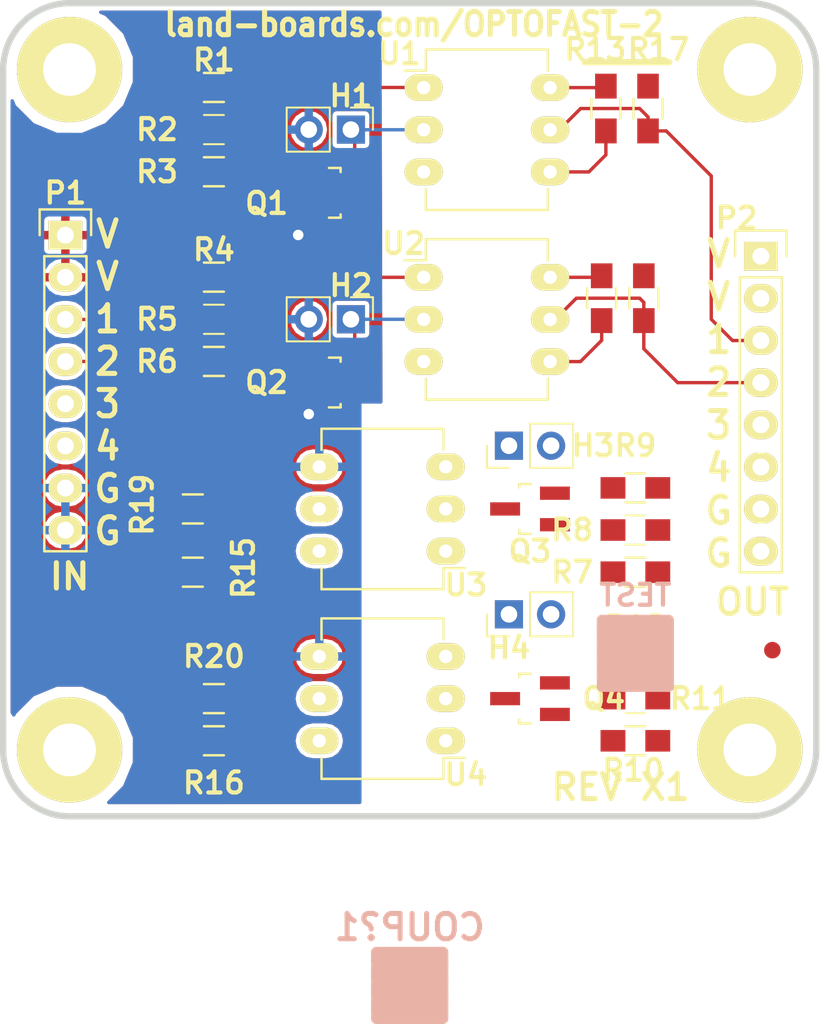
<source format=kicad_pcb>
(kicad_pcb (version 4) (host pcbnew "(after 2015-mar-04 BZR unknown)-product")

  (general
    (links 68)
    (no_connects 34)
    (area -0.190501 -0.190501 49.190501 49.190501)
    (thickness 1.6002)
    (drawings 15)
    (tracks 77)
    (zones 0)
    (modules 42)
    (nets 31)
  )

  (page A4)
  (layers
    (0 Front signal)
    (31 Back signal)
    (36 B.SilkS user hide)
    (37 F.SilkS user)
    (38 B.Mask user)
    (39 F.Mask user)
    (40 Dwgs.User user)
    (41 Cmts.User user)
    (44 Edge.Cuts user)
  )

  (setup
    (last_trace_width 0.2032)
    (user_trace_width 0.635)
    (trace_clearance 0.254)
    (zone_clearance 0.254)
    (zone_45_only no)
    (trace_min 0.2032)
    (segment_width 0.381)
    (edge_width 0.381)
    (via_size 0.889)
    (via_drill 0.635)
    (via_min_size 0.889)
    (via_min_drill 0.508)
    (uvia_size 0.508)
    (uvia_drill 0.127)
    (uvias_allowed no)
    (uvia_min_size 0.508)
    (uvia_min_drill 0.127)
    (pcb_text_width 0.3048)
    (pcb_text_size 1.524 2.032)
    (mod_edge_width 0.381)
    (mod_text_size 1.27 1.27)
    (mod_text_width 0.254)
    (pad_size 1.6764 1.6764)
    (pad_drill 0.8128)
    (pad_to_mask_clearance 0.254)
    (aux_axis_origin 0 0)
    (visible_elements 7FFFFF3F)
    (pcbplotparams
      (layerselection 0x010f0_80000001)
      (usegerberextensions false)
      (excludeedgelayer true)
      (linewidth 0.150000)
      (plotframeref false)
      (viasonmask false)
      (mode 1)
      (useauxorigin false)
      (hpglpennumber 1)
      (hpglpenspeed 20)
      (hpglpendiameter 15)
      (hpglpenoverlay 0)
      (psnegative false)
      (psa4output false)
      (plotreference true)
      (plotvalue false)
      (plotinvisibletext false)
      (padsonsilk false)
      (subtractmaskfromsilk false)
      (outputformat 1)
      (mirror false)
      (drillshape 0)
      (scaleselection 1)
      (outputdirectory plots/))
  )

  (net 0 "")
  (net 1 /OptoBlk1/VCC1)
  (net 2 /OptoBlk1/IN1)
  (net 3 /OptoBlk1/OUT)
  (net 4 /OptoBlk1/GND1)
  (net 5 /OptoBlk2/IN1)
  (net 6 /OptoBlk3/IN1)
  (net 7 /OptoBlk4/IN1)
  (net 8 /OptoBlk2/OUT)
  (net 9 /OptoBlk3/OUT)
  (net 10 /OptoBlk4/OUT)
  (net 11 /OptoBlk1/VCC2)
  (net 12 /OptoBlk1/GND2)
  (net 13 "Net-(Q1-Pad1)")
  (net 14 "Net-(Q2-Pad1)")
  (net 15 "Net-(Q3-Pad1)")
  (net 16 "Net-(Q4-Pad1)")
  (net 17 "Net-(R13-Pad1)")
  (net 18 "Net-(R14-Pad1)")
  (net 19 "Net-(R15-Pad1)")
  (net 20 "Net-(R16-Pad1)")
  (net 21 "Net-(R10-Pad2)")
  (net 22 "Net-(H1-Pad1)")
  (net 23 "Net-(H2-Pad1)")
  (net 24 "Net-(H3-Pad1)")
  (net 25 "Net-(H4-Pad1)")
  (net 26 "Net-(R1-Pad2)")
  (net 27 "Net-(R4-Pad2)")
  (net 28 "Net-(R7-Pad2)")
  (net 29 /OptoBlk3/GND1)
  (net 30 /OptoBlk3/VCC1)

  (net_class Default "This is the default net class."
    (clearance 0.254)
    (trace_width 0.2032)
    (via_dia 0.889)
    (via_drill 0.635)
    (uvia_dia 0.508)
    (uvia_drill 0.127)
    (add_net /OptoBlk1/GND1)
    (add_net /OptoBlk1/IN1)
    (add_net /OptoBlk1/OUT)
    (add_net /OptoBlk1/VCC1)
    (add_net /OptoBlk2/IN1)
    (add_net /OptoBlk2/OUT)
    (add_net /OptoBlk3/GND1)
    (add_net /OptoBlk3/IN1)
    (add_net /OptoBlk3/OUT)
    (add_net /OptoBlk3/VCC1)
    (add_net /OptoBlk4/IN1)
    (add_net /OptoBlk4/OUT)
    (add_net "Net-(H1-Pad1)")
    (add_net "Net-(H2-Pad1)")
    (add_net "Net-(H3-Pad1)")
    (add_net "Net-(H4-Pad1)")
    (add_net "Net-(Q1-Pad1)")
    (add_net "Net-(Q2-Pad1)")
    (add_net "Net-(Q3-Pad1)")
    (add_net "Net-(Q4-Pad1)")
    (add_net "Net-(R1-Pad2)")
    (add_net "Net-(R10-Pad2)")
    (add_net "Net-(R13-Pad1)")
    (add_net "Net-(R14-Pad1)")
    (add_net "Net-(R15-Pad1)")
    (add_net "Net-(R16-Pad1)")
    (add_net "Net-(R4-Pad2)")
    (add_net "Net-(R7-Pad2)")
  )

  (module FIDUCIAL (layer Front) (tedit 518BF783) (tstamp 557AF8C2)
    (at 46.355 38.989)
    (path /537A5EE1)
    (fp_text reference FID1 (at 0 2.3495) (layer F.SilkS) hide
      (effects (font (size 1.27 1.27) (thickness 0.254)))
    )
    (fp_text value ADAFRUIT_FIDUCIAL (at 0.127 -2.794) (layer F.SilkS) hide
      (effects (font (size 1.016 1.016) (thickness 0.2032)))
    )
    (pad 1 smd circle (at 0 0) (size 1 1) (layers Front F.Mask)
      (solder_mask_margin 1) (clearance 1))
  )

  (module FIDUCIAL (layer Front) (tedit 518BF783) (tstamp 557AF8C7)
    (at 9.017 3.175)
    (path /537A5ED2)
    (fp_text reference FID2 (at 0 2.3495) (layer F.SilkS) hide
      (effects (font (size 1.27 1.27) (thickness 0.254)))
    )
    (fp_text value ADAFRUIT_FIDUCIAL (at 0.127 -2.794) (layer F.SilkS) hide
      (effects (font (size 1.016 1.016) (thickness 0.2032)))
    )
    (pad 1 smd circle (at 0 0) (size 1 1) (layers Front F.Mask)
      (solder_mask_margin 1) (clearance 1))
  )

  (module Resistors_SMD:R_0805_HandSoldering (layer Front) (tedit 593B355F) (tstamp 557B0573)
    (at 12.7 5.08)
    (descr "Resistor SMD 0805, hand soldering")
    (tags "resistor 0805")
    (path /557B9C27/557B9EB0)
    (attr smd)
    (fp_text reference R1 (at 0 -1.651) (layer F.SilkS)
      (effects (font (size 1.27 1.27) (thickness 0.254)))
    )
    (fp_text value DNP (at 0 2.1) (layer F.SilkS) hide
      (effects (font (size 1 1) (thickness 0.15)))
    )
    (fp_line (start -2.4 -1) (end 2.4 -1) (layer F.CrtYd) (width 0.05))
    (fp_line (start -2.4 1) (end 2.4 1) (layer F.CrtYd) (width 0.05))
    (fp_line (start -2.4 -1) (end -2.4 1) (layer F.CrtYd) (width 0.05))
    (fp_line (start 2.4 -1) (end 2.4 1) (layer F.CrtYd) (width 0.05))
    (fp_line (start 0.6 0.875) (end -0.6 0.875) (layer F.SilkS) (width 0.15))
    (fp_line (start -0.6 -0.875) (end 0.6 -0.875) (layer F.SilkS) (width 0.15))
    (pad 1 smd rect (at -1.35 0) (size 1.5 1.3) (layers Front F.Mask)
      (net 1 /OptoBlk1/VCC1))
    (pad 2 smd rect (at 1.35 0) (size 1.5 1.3) (layers Front F.Mask)
      (net 26 "Net-(R1-Pad2)"))
    (model Resistors_SMD.3dshapes/R_0805_HandSoldering.wrl
      (at (xyz 0 0 0))
      (scale (xyz 1 1 1))
      (rotate (xyz 0 0 0))
    )
  )

  (module Resistors_SMD:R_0805_HandSoldering (layer Front) (tedit 59393C79) (tstamp 557B057E)
    (at 38.862 6.35 90)
    (descr "Resistor SMD 0805, hand soldering")
    (tags "resistor 0805")
    (path /557B9C27/557B9F95)
    (attr smd)
    (fp_text reference R17 (at 3.556 0.635 180) (layer F.SilkS)
      (effects (font (size 1.27 1.27) (thickness 0.254)))
    )
    (fp_text value 1.2K (at 0 2.1 90) (layer F.SilkS) hide
      (effects (font (size 1 1) (thickness 0.15)))
    )
    (fp_line (start -2.4 -1) (end 2.4 -1) (layer F.CrtYd) (width 0.05))
    (fp_line (start -2.4 1) (end 2.4 1) (layer F.CrtYd) (width 0.05))
    (fp_line (start -2.4 -1) (end -2.4 1) (layer F.CrtYd) (width 0.05))
    (fp_line (start 2.4 -1) (end 2.4 1) (layer F.CrtYd) (width 0.05))
    (fp_line (start 0.6 0.875) (end -0.6 0.875) (layer F.SilkS) (width 0.15))
    (fp_line (start -0.6 -0.875) (end 0.6 -0.875) (layer F.SilkS) (width 0.15))
    (pad 1 smd rect (at -1.35 0 90) (size 1.5 1.3) (layers Front F.Mask)
      (net 3 /OptoBlk1/OUT))
    (pad 2 smd rect (at 1.35 0 90) (size 1.5 1.3) (layers Front F.Mask)
      (net 30 /OptoBlk3/VCC1))
    (model Resistors_SMD.3dshapes/R_0805_HandSoldering.wrl
      (at (xyz 0 0 0))
      (scale (xyz 1 1 1))
      (rotate (xyz 0 0 0))
    )
  )

  (module Resistors_SMD:R_0805_HandSoldering (layer Front) (tedit 59393B1B) (tstamp 557B0594)
    (at 12.7 16.51)
    (descr "Resistor SMD 0805, hand soldering")
    (tags "resistor 0805")
    (path /557BCF63/557B9EB0)
    (attr smd)
    (fp_text reference R4 (at 0 -1.651) (layer F.SilkS)
      (effects (font (size 1.27 1.27) (thickness 0.254)))
    )
    (fp_text value DNP (at 0 2.1) (layer F.SilkS) hide
      (effects (font (size 1 1) (thickness 0.15)))
    )
    (fp_line (start -2.4 -1) (end 2.4 -1) (layer F.CrtYd) (width 0.05))
    (fp_line (start -2.4 1) (end 2.4 1) (layer F.CrtYd) (width 0.05))
    (fp_line (start -2.4 -1) (end -2.4 1) (layer F.CrtYd) (width 0.05))
    (fp_line (start 2.4 -1) (end 2.4 1) (layer F.CrtYd) (width 0.05))
    (fp_line (start 0.6 0.875) (end -0.6 0.875) (layer F.SilkS) (width 0.15))
    (fp_line (start -0.6 -0.875) (end 0.6 -0.875) (layer F.SilkS) (width 0.15))
    (pad 1 smd rect (at -1.35 0) (size 1.5 1.3) (layers Front F.Mask)
      (net 1 /OptoBlk1/VCC1))
    (pad 2 smd rect (at 1.35 0) (size 1.5 1.3) (layers Front F.Mask)
      (net 27 "Net-(R4-Pad2)"))
    (model Resistors_SMD.3dshapes/R_0805_HandSoldering.wrl
      (at (xyz 0 0 0))
      (scale (xyz 1 1 1))
      (rotate (xyz 0 0 0))
    )
  )

  (module Resistors_SMD:R_0805_HandSoldering (layer Front) (tedit 58580C34) (tstamp 557B059F)
    (at 38.608 17.78 90)
    (descr "Resistor SMD 0805, hand soldering")
    (tags "resistor 0805")
    (path /557BCF63/557B9F95)
    (attr smd)
    (fp_text reference R18 (at 3.048 0.254 180) (layer F.SilkS) hide
      (effects (font (size 1.27 1.27) (thickness 0.254)))
    )
    (fp_text value 1.2K (at 0 2.1 90) (layer F.SilkS) hide
      (effects (font (size 1 1) (thickness 0.15)))
    )
    (fp_line (start -2.4 -1) (end 2.4 -1) (layer F.CrtYd) (width 0.05))
    (fp_line (start -2.4 1) (end 2.4 1) (layer F.CrtYd) (width 0.05))
    (fp_line (start -2.4 -1) (end -2.4 1) (layer F.CrtYd) (width 0.05))
    (fp_line (start 2.4 -1) (end 2.4 1) (layer F.CrtYd) (width 0.05))
    (fp_line (start 0.6 0.875) (end -0.6 0.875) (layer F.SilkS) (width 0.15))
    (fp_line (start -0.6 -0.875) (end 0.6 -0.875) (layer F.SilkS) (width 0.15))
    (pad 1 smd rect (at -1.35 0 90) (size 1.5 1.3) (layers Front F.Mask)
      (net 8 /OptoBlk2/OUT))
    (pad 2 smd rect (at 1.35 0 90) (size 1.5 1.3) (layers Front F.Mask)
      (net 30 /OptoBlk3/VCC1))
    (model Resistors_SMD.3dshapes/R_0805_HandSoldering.wrl
      (at (xyz 0 0 0))
      (scale (xyz 1 1 1))
      (rotate (xyz 0 0 0))
    )
  )

  (module Resistors_SMD:R_0805_HandSoldering (layer Front) (tedit 595E9221) (tstamp 557B05B5)
    (at 38.1 34.29 180)
    (descr "Resistor SMD 0805, hand soldering")
    (tags "resistor 0805")
    (path /557BD8A1/557B9EB0)
    (attr smd)
    (fp_text reference R7 (at 3.81 0 180) (layer F.SilkS)
      (effects (font (size 1.27 1.27) (thickness 0.254)))
    )
    (fp_text value DNP (at 0 2.1 180) (layer F.SilkS) hide
      (effects (font (size 1 1) (thickness 0.15)))
    )
    (fp_line (start -2.4 -1) (end 2.4 -1) (layer F.CrtYd) (width 0.05))
    (fp_line (start -2.4 1) (end 2.4 1) (layer F.CrtYd) (width 0.05))
    (fp_line (start -2.4 -1) (end -2.4 1) (layer F.CrtYd) (width 0.05))
    (fp_line (start 2.4 -1) (end 2.4 1) (layer F.CrtYd) (width 0.05))
    (fp_line (start 0.6 0.875) (end -0.6 0.875) (layer F.SilkS) (width 0.15))
    (fp_line (start -0.6 -0.875) (end 0.6 -0.875) (layer F.SilkS) (width 0.15))
    (pad 1 smd rect (at -1.35 0 180) (size 1.5 1.3) (layers Front F.Mask)
      (net 30 /OptoBlk3/VCC1))
    (pad 2 smd rect (at 1.35 0 180) (size 1.5 1.3) (layers Front F.Mask)
      (net 28 "Net-(R7-Pad2)"))
    (model Resistors_SMD.3dshapes/R_0805_HandSoldering.wrl
      (at (xyz 0 0 0))
      (scale (xyz 1 1 1))
      (rotate (xyz 0 0 0))
    )
  )

  (module Resistors_SMD:R_0805_HandSoldering (layer Front) (tedit 595E90E6) (tstamp 557B05C0)
    (at 11.43 30.48 180)
    (descr "Resistor SMD 0805, hand soldering")
    (tags "resistor 0805")
    (path /557BD8A1/557B9F95)
    (attr smd)
    (fp_text reference R19 (at 3.048 0.254 270) (layer F.SilkS)
      (effects (font (size 1.27 1.27) (thickness 0.254)))
    )
    (fp_text value 1.2K (at 0 2.1 180) (layer F.SilkS) hide
      (effects (font (size 1 1) (thickness 0.15)))
    )
    (fp_line (start -2.4 -1) (end 2.4 -1) (layer F.CrtYd) (width 0.05))
    (fp_line (start -2.4 1) (end 2.4 1) (layer F.CrtYd) (width 0.05))
    (fp_line (start -2.4 -1) (end -2.4 1) (layer F.CrtYd) (width 0.05))
    (fp_line (start 2.4 -1) (end 2.4 1) (layer F.CrtYd) (width 0.05))
    (fp_line (start 0.6 0.875) (end -0.6 0.875) (layer F.SilkS) (width 0.15))
    (fp_line (start -0.6 -0.875) (end 0.6 -0.875) (layer F.SilkS) (width 0.15))
    (pad 1 smd rect (at -1.35 0 180) (size 1.5 1.3) (layers Front F.Mask)
      (net 9 /OptoBlk3/OUT))
    (pad 2 smd rect (at 1.35 0 180) (size 1.5 1.3) (layers Front F.Mask)
      (net 1 /OptoBlk1/VCC1))
    (model Resistors_SMD.3dshapes/R_0805_HandSoldering.wrl
      (at (xyz 0 0 0))
      (scale (xyz 1 1 1))
      (rotate (xyz 0 0 0))
    )
  )

  (module Resistors_SMD:R_0805_HandSoldering (layer Front) (tedit 593B3552) (tstamp 557B05D6)
    (at 38.1 44.45 180)
    (descr "Resistor SMD 0805, hand soldering")
    (tags "resistor 0805")
    (path /557BD8A9/557B9EB0)
    (attr smd)
    (fp_text reference R10 (at 0.127 -1.778 180) (layer F.SilkS)
      (effects (font (size 1.27 1.27) (thickness 0.254)))
    )
    (fp_text value DNP (at 0 2.1 180) (layer F.SilkS) hide
      (effects (font (size 1 1) (thickness 0.15)))
    )
    (fp_line (start -2.4 -1) (end 2.4 -1) (layer F.CrtYd) (width 0.05))
    (fp_line (start -2.4 1) (end 2.4 1) (layer F.CrtYd) (width 0.05))
    (fp_line (start -2.4 -1) (end -2.4 1) (layer F.CrtYd) (width 0.05))
    (fp_line (start 2.4 -1) (end 2.4 1) (layer F.CrtYd) (width 0.05))
    (fp_line (start 0.6 0.875) (end -0.6 0.875) (layer F.SilkS) (width 0.15))
    (fp_line (start -0.6 -0.875) (end 0.6 -0.875) (layer F.SilkS) (width 0.15))
    (pad 1 smd rect (at -1.35 0 180) (size 1.5 1.3) (layers Front F.Mask)
      (net 30 /OptoBlk3/VCC1))
    (pad 2 smd rect (at 1.35 0 180) (size 1.5 1.3) (layers Front F.Mask)
      (net 21 "Net-(R10-Pad2)"))
    (model Resistors_SMD.3dshapes/R_0805_HandSoldering.wrl
      (at (xyz 0 0 0))
      (scale (xyz 1 1 1))
      (rotate (xyz 0 0 0))
    )
  )

  (module Resistors_SMD:R_0805_HandSoldering (layer Front) (tedit 595E9134) (tstamp 557B05E1)
    (at 12.7 41.91 180)
    (descr "Resistor SMD 0805, hand soldering")
    (tags "resistor 0805")
    (path /557BD8A9/557B9F95)
    (attr smd)
    (fp_text reference R20 (at 0 2.54 360) (layer F.SilkS)
      (effects (font (size 1.27 1.27) (thickness 0.254)))
    )
    (fp_text value 1.2K (at 0 2.1 180) (layer F.SilkS) hide
      (effects (font (size 1 1) (thickness 0.15)))
    )
    (fp_line (start -2.4 -1) (end 2.4 -1) (layer F.CrtYd) (width 0.05))
    (fp_line (start -2.4 1) (end 2.4 1) (layer F.CrtYd) (width 0.05))
    (fp_line (start -2.4 -1) (end -2.4 1) (layer F.CrtYd) (width 0.05))
    (fp_line (start 2.4 -1) (end 2.4 1) (layer F.CrtYd) (width 0.05))
    (fp_line (start 0.6 0.875) (end -0.6 0.875) (layer F.SilkS) (width 0.15))
    (fp_line (start -0.6 -0.875) (end 0.6 -0.875) (layer F.SilkS) (width 0.15))
    (pad 1 smd rect (at -1.35 0 180) (size 1.5 1.3) (layers Front F.Mask)
      (net 10 /OptoBlk4/OUT))
    (pad 2 smd rect (at 1.35 0 180) (size 1.5 1.3) (layers Front F.Mask)
      (net 1 /OptoBlk1/VCC1))
    (model Resistors_SMD.3dshapes/R_0805_HandSoldering.wrl
      (at (xyz 0 0 0))
      (scale (xyz 1 1 1))
      (rotate (xyz 0 0 0))
    )
  )

  (module Housings_DIP:DIP-6_W7.62mm_LongPads (layer Front) (tedit 59385D8B) (tstamp 557B0684)
    (at 25.34 5.09)
    (descr "6-lead dip package, row spacing 7.62 mm (300 mils), longer pads")
    (tags "dil dip 2.54 300")
    (path /557B9C27/557B9EA9)
    (fp_text reference U1 (at -1.464 -2.042) (layer F.SilkS)
      (effects (font (size 1.27 1.27) (thickness 0.254)))
    )
    (fp_text value 4N26 (at 0 -3.72) (layer F.SilkS) hide
      (effects (font (size 1 1) (thickness 0.15)))
    )
    (fp_line (start -1.4 -2.45) (end -1.4 7.55) (layer F.CrtYd) (width 0.05))
    (fp_line (start 9 -2.45) (end 9 7.55) (layer F.CrtYd) (width 0.05))
    (fp_line (start -1.4 -2.45) (end 9 -2.45) (layer F.CrtYd) (width 0.05))
    (fp_line (start -1.4 7.55) (end 9 7.55) (layer F.CrtYd) (width 0.05))
    (fp_line (start 0.135 -2.295) (end 0.135 -1.025) (layer F.SilkS) (width 0.15))
    (fp_line (start 7.485 -2.295) (end 7.485 -1.025) (layer F.SilkS) (width 0.15))
    (fp_line (start 7.485 7.375) (end 7.485 6.105) (layer F.SilkS) (width 0.15))
    (fp_line (start 0.135 7.375) (end 0.135 6.105) (layer F.SilkS) (width 0.15))
    (fp_line (start 0.135 -2.295) (end 7.485 -2.295) (layer F.SilkS) (width 0.15))
    (fp_line (start 0.135 7.375) (end 7.485 7.375) (layer F.SilkS) (width 0.15))
    (fp_line (start 0.135 -1.025) (end -1.15 -1.025) (layer F.SilkS) (width 0.15))
    (pad 1 thru_hole oval (at 0 0) (size 2.3 1.6) (drill 0.8) (layers *.Cu *.Mask F.SilkS)
      (net 26 "Net-(R1-Pad2)"))
    (pad 2 thru_hole oval (at 0 2.54) (size 2.3 1.6) (drill 0.8) (layers *.Cu *.Mask F.SilkS)
      (net 22 "Net-(H1-Pad1)"))
    (pad 3 thru_hole oval (at 0 5.08) (size 2.3 1.6) (drill 0.8) (layers *.Cu *.Mask F.SilkS))
    (pad 4 thru_hole oval (at 7.62 5.08) (size 2.3 1.6) (drill 0.8) (layers *.Cu *.Mask F.SilkS)
      (net 29 /OptoBlk3/GND1))
    (pad 5 thru_hole oval (at 7.62 2.54) (size 2.3 1.6) (drill 0.8) (layers *.Cu *.Mask F.SilkS)
      (net 3 /OptoBlk1/OUT))
    (pad 6 thru_hole oval (at 7.62 0) (size 2.3 1.6) (drill 0.8) (layers *.Cu *.Mask F.SilkS)
      (net 17 "Net-(R13-Pad1)"))
    (model Housings_DIP.3dshapes/DIP-6_W7.62mm_LongPads.wrl
      (at (xyz 0 0 0))
      (scale (xyz 1 1 1))
      (rotate (xyz 0 0 0))
    )
  )

  (module Housings_DIP:DIP-6_W7.62mm_LongPads (layer Front) (tedit 59385D90) (tstamp 557B0699)
    (at 25.34 16.52)
    (descr "6-lead dip package, row spacing 7.62 mm (300 mils), longer pads")
    (tags "dil dip 2.54 300")
    (path /557BCF63/557B9EA9)
    (fp_text reference U2 (at -1.21 -2.042) (layer F.SilkS)
      (effects (font (size 1.27 1.27) (thickness 0.254)))
    )
    (fp_text value 4N26 (at 0 -3.72) (layer F.SilkS) hide
      (effects (font (size 1 1) (thickness 0.15)))
    )
    (fp_line (start -1.4 -2.45) (end -1.4 7.55) (layer F.CrtYd) (width 0.05))
    (fp_line (start 9 -2.45) (end 9 7.55) (layer F.CrtYd) (width 0.05))
    (fp_line (start -1.4 -2.45) (end 9 -2.45) (layer F.CrtYd) (width 0.05))
    (fp_line (start -1.4 7.55) (end 9 7.55) (layer F.CrtYd) (width 0.05))
    (fp_line (start 0.135 -2.295) (end 0.135 -1.025) (layer F.SilkS) (width 0.15))
    (fp_line (start 7.485 -2.295) (end 7.485 -1.025) (layer F.SilkS) (width 0.15))
    (fp_line (start 7.485 7.375) (end 7.485 6.105) (layer F.SilkS) (width 0.15))
    (fp_line (start 0.135 7.375) (end 0.135 6.105) (layer F.SilkS) (width 0.15))
    (fp_line (start 0.135 -2.295) (end 7.485 -2.295) (layer F.SilkS) (width 0.15))
    (fp_line (start 0.135 7.375) (end 7.485 7.375) (layer F.SilkS) (width 0.15))
    (fp_line (start 0.135 -1.025) (end -1.15 -1.025) (layer F.SilkS) (width 0.15))
    (pad 1 thru_hole oval (at 0 0) (size 2.3 1.6) (drill 0.8) (layers *.Cu *.Mask F.SilkS)
      (net 27 "Net-(R4-Pad2)"))
    (pad 2 thru_hole oval (at 0 2.54) (size 2.3 1.6) (drill 0.8) (layers *.Cu *.Mask F.SilkS)
      (net 23 "Net-(H2-Pad1)"))
    (pad 3 thru_hole oval (at 0 5.08) (size 2.3 1.6) (drill 0.8) (layers *.Cu *.Mask F.SilkS))
    (pad 4 thru_hole oval (at 7.62 5.08) (size 2.3 1.6) (drill 0.8) (layers *.Cu *.Mask F.SilkS)
      (net 29 /OptoBlk3/GND1))
    (pad 5 thru_hole oval (at 7.62 2.54) (size 2.3 1.6) (drill 0.8) (layers *.Cu *.Mask F.SilkS)
      (net 8 /OptoBlk2/OUT))
    (pad 6 thru_hole oval (at 7.62 0) (size 2.3 1.6) (drill 0.8) (layers *.Cu *.Mask F.SilkS)
      (net 18 "Net-(R14-Pad1)"))
    (model Housings_DIP.3dshapes/DIP-6_W7.62mm_LongPads.wrl
      (at (xyz 0 0 0))
      (scale (xyz 1 1 1))
      (rotate (xyz 0 0 0))
    )
  )

  (module Housings_DIP:DIP-6_W7.62mm_LongPads (layer Front) (tedit 59385D94) (tstamp 557B06AE)
    (at 26.67 33.02 180)
    (descr "6-lead dip package, row spacing 7.62 mm (300 mils), longer pads")
    (tags "dil dip 2.54 300")
    (path /557BD8A1/557B9EA9)
    (fp_text reference U3 (at -1.21 -2.042 180) (layer F.SilkS)
      (effects (font (size 1.27 1.27) (thickness 0.254)))
    )
    (fp_text value 4N26 (at 0 -3.72 180) (layer F.SilkS) hide
      (effects (font (size 1 1) (thickness 0.15)))
    )
    (fp_line (start -1.4 -2.45) (end -1.4 7.55) (layer F.CrtYd) (width 0.05))
    (fp_line (start 9 -2.45) (end 9 7.55) (layer F.CrtYd) (width 0.05))
    (fp_line (start -1.4 -2.45) (end 9 -2.45) (layer F.CrtYd) (width 0.05))
    (fp_line (start -1.4 7.55) (end 9 7.55) (layer F.CrtYd) (width 0.05))
    (fp_line (start 0.135 -2.295) (end 0.135 -1.025) (layer F.SilkS) (width 0.15))
    (fp_line (start 7.485 -2.295) (end 7.485 -1.025) (layer F.SilkS) (width 0.15))
    (fp_line (start 7.485 7.375) (end 7.485 6.105) (layer F.SilkS) (width 0.15))
    (fp_line (start 0.135 7.375) (end 0.135 6.105) (layer F.SilkS) (width 0.15))
    (fp_line (start 0.135 -2.295) (end 7.485 -2.295) (layer F.SilkS) (width 0.15))
    (fp_line (start 0.135 7.375) (end 7.485 7.375) (layer F.SilkS) (width 0.15))
    (fp_line (start 0.135 -1.025) (end -1.15 -1.025) (layer F.SilkS) (width 0.15))
    (pad 1 thru_hole oval (at 0 0 180) (size 2.3 1.6) (drill 0.8) (layers *.Cu *.Mask F.SilkS)
      (net 28 "Net-(R7-Pad2)"))
    (pad 2 thru_hole oval (at 0 2.54 180) (size 2.3 1.6) (drill 0.8) (layers *.Cu *.Mask F.SilkS)
      (net 24 "Net-(H3-Pad1)"))
    (pad 3 thru_hole oval (at 0 5.08 180) (size 2.3 1.6) (drill 0.8) (layers *.Cu *.Mask F.SilkS))
    (pad 4 thru_hole oval (at 7.62 5.08 180) (size 2.3 1.6) (drill 0.8) (layers *.Cu *.Mask F.SilkS)
      (net 4 /OptoBlk1/GND1))
    (pad 5 thru_hole oval (at 7.62 2.54 180) (size 2.3 1.6) (drill 0.8) (layers *.Cu *.Mask F.SilkS)
      (net 9 /OptoBlk3/OUT))
    (pad 6 thru_hole oval (at 7.62 0 180) (size 2.3 1.6) (drill 0.8) (layers *.Cu *.Mask F.SilkS)
      (net 19 "Net-(R15-Pad1)"))
    (model Housings_DIP.3dshapes/DIP-6_W7.62mm_LongPads.wrl
      (at (xyz 0 0 0))
      (scale (xyz 1 1 1))
      (rotate (xyz 0 0 0))
    )
  )

  (module Housings_DIP:DIP-6_W7.62mm_LongPads (layer Front) (tedit 59385D97) (tstamp 557B06C3)
    (at 26.67 44.45 180)
    (descr "6-lead dip package, row spacing 7.62 mm (300 mils), longer pads")
    (tags "dil dip 2.54 300")
    (path /557BD8A9/557B9EA9)
    (fp_text reference U4 (at -1.21 -2.042 180) (layer F.SilkS)
      (effects (font (size 1.27 1.27) (thickness 0.254)))
    )
    (fp_text value 4N26 (at 0 -3.72 180) (layer F.SilkS) hide
      (effects (font (size 1 1) (thickness 0.15)))
    )
    (fp_line (start -1.4 -2.45) (end -1.4 7.55) (layer F.CrtYd) (width 0.05))
    (fp_line (start 9 -2.45) (end 9 7.55) (layer F.CrtYd) (width 0.05))
    (fp_line (start -1.4 -2.45) (end 9 -2.45) (layer F.CrtYd) (width 0.05))
    (fp_line (start -1.4 7.55) (end 9 7.55) (layer F.CrtYd) (width 0.05))
    (fp_line (start 0.135 -2.295) (end 0.135 -1.025) (layer F.SilkS) (width 0.15))
    (fp_line (start 7.485 -2.295) (end 7.485 -1.025) (layer F.SilkS) (width 0.15))
    (fp_line (start 7.485 7.375) (end 7.485 6.105) (layer F.SilkS) (width 0.15))
    (fp_line (start 0.135 7.375) (end 0.135 6.105) (layer F.SilkS) (width 0.15))
    (fp_line (start 0.135 -2.295) (end 7.485 -2.295) (layer F.SilkS) (width 0.15))
    (fp_line (start 0.135 7.375) (end 7.485 7.375) (layer F.SilkS) (width 0.15))
    (fp_line (start 0.135 -1.025) (end -1.15 -1.025) (layer F.SilkS) (width 0.15))
    (pad 1 thru_hole oval (at 0 0 180) (size 2.3 1.6) (drill 0.8) (layers *.Cu *.Mask F.SilkS)
      (net 21 "Net-(R10-Pad2)"))
    (pad 2 thru_hole oval (at 0 2.54 180) (size 2.3 1.6) (drill 0.8) (layers *.Cu *.Mask F.SilkS)
      (net 25 "Net-(H4-Pad1)"))
    (pad 3 thru_hole oval (at 0 5.08 180) (size 2.3 1.6) (drill 0.8) (layers *.Cu *.Mask F.SilkS))
    (pad 4 thru_hole oval (at 7.62 5.08 180) (size 2.3 1.6) (drill 0.8) (layers *.Cu *.Mask F.SilkS)
      (net 4 /OptoBlk1/GND1))
    (pad 5 thru_hole oval (at 7.62 2.54 180) (size 2.3 1.6) (drill 0.8) (layers *.Cu *.Mask F.SilkS)
      (net 10 /OptoBlk4/OUT))
    (pad 6 thru_hole oval (at 7.62 0 180) (size 2.3 1.6) (drill 0.8) (layers *.Cu *.Mask F.SilkS)
      (net 20 "Net-(R16-Pad1)"))
    (model Housings_DIP.3dshapes/DIP-6_W7.62mm_LongPads.wrl
      (at (xyz 0 0 0))
      (scale (xyz 1 1 1))
      (rotate (xyz 0 0 0))
    )
  )

  (module Housings_SOT-23_SOT-143_TSOT-6:SOT-23_Handsoldering (layer Front) (tedit 59393A77) (tstamp 557B07F4)
    (at 19.685 11.43 270)
    (descr "SOT-23, Handsoldering")
    (tags SOT-23)
    (path /557B9C27/557F6DD0)
    (attr smd)
    (fp_text reference Q1 (at 0.635 3.81 360) (layer F.SilkS)
      (effects (font (size 1.27 1.27) (thickness 0.254)))
    )
    (fp_text value "DNP(2N3904)" (at 0 3.81 270) (layer F.SilkS) hide
      (effects (font (size 1 1) (thickness 0.15)))
    )
    (fp_line (start -1.49982 0.0508) (end -1.49982 -0.65024) (layer F.SilkS) (width 0.15))
    (fp_line (start -1.49982 -0.65024) (end -1.2509 -0.65024) (layer F.SilkS) (width 0.15))
    (fp_line (start 1.29916 -0.65024) (end 1.49982 -0.65024) (layer F.SilkS) (width 0.15))
    (fp_line (start 1.49982 -0.65024) (end 1.49982 0.0508) (layer F.SilkS) (width 0.15))
    (pad 1 smd rect (at -0.95 1.50114 270) (size 0.8001 1.80086) (layers Front F.Mask)
      (net 13 "Net-(Q1-Pad1)"))
    (pad 2 smd rect (at 0.95 1.50114 270) (size 0.8001 1.80086) (layers Front F.Mask)
      (net 4 /OptoBlk1/GND1))
    (pad 3 smd rect (at 0 -1.50114 270) (size 0.8001 1.80086) (layers Front F.Mask)
      (net 22 "Net-(H1-Pad1)"))
    (model Housings_SOT-23_SOT-143_TSOT-6.3dshapes/SOT-23_Handsoldering.wrl
      (at (xyz 0 0 0))
      (scale (xyz 1 1 1))
      (rotate (xyz 0 0 0))
    )
  )

  (module Housings_SOT-23_SOT-143_TSOT-6:SOT-23_Handsoldering (layer Front) (tedit 59393A7B) (tstamp 557B07FE)
    (at 19.685 22.86 270)
    (descr "SOT-23, Handsoldering")
    (tags SOT-23)
    (path /557BCF63/557F6DD0)
    (attr smd)
    (fp_text reference Q2 (at 0 3.81 360) (layer F.SilkS)
      (effects (font (size 1.27 1.27) (thickness 0.254)))
    )
    (fp_text value "DNP(2N3904)" (at 0 3.81 270) (layer F.SilkS) hide
      (effects (font (size 1 1) (thickness 0.15)))
    )
    (fp_line (start -1.49982 0.0508) (end -1.49982 -0.65024) (layer F.SilkS) (width 0.15))
    (fp_line (start -1.49982 -0.65024) (end -1.2509 -0.65024) (layer F.SilkS) (width 0.15))
    (fp_line (start 1.29916 -0.65024) (end 1.49982 -0.65024) (layer F.SilkS) (width 0.15))
    (fp_line (start 1.49982 -0.65024) (end 1.49982 0.0508) (layer F.SilkS) (width 0.15))
    (pad 1 smd rect (at -0.95 1.50114 270) (size 0.8001 1.80086) (layers Front F.Mask)
      (net 14 "Net-(Q2-Pad1)"))
    (pad 2 smd rect (at 0.95 1.50114 270) (size 0.8001 1.80086) (layers Front F.Mask)
      (net 4 /OptoBlk1/GND1))
    (pad 3 smd rect (at 0 -1.50114 270) (size 0.8001 1.80086) (layers Front F.Mask)
      (net 23 "Net-(H2-Pad1)"))
    (model Housings_SOT-23_SOT-143_TSOT-6.3dshapes/SOT-23_Handsoldering.wrl
      (at (xyz 0 0 0))
      (scale (xyz 1 1 1))
      (rotate (xyz 0 0 0))
    )
  )

  (module Housings_SOT-23_SOT-143_TSOT-6:SOT-23_Handsoldering (layer Front) (tedit 595E9216) (tstamp 557B0808)
    (at 31.75 30.48 90)
    (descr "SOT-23, Handsoldering")
    (tags SOT-23)
    (path /557BD8A1/557F6DD0)
    (attr smd)
    (fp_text reference Q3 (at -2.54 0 180) (layer F.SilkS)
      (effects (font (size 1.27 1.27) (thickness 0.254)))
    )
    (fp_text value "DNP(2N3904)" (at 0 3.81 90) (layer F.SilkS) hide
      (effects (font (size 1 1) (thickness 0.15)))
    )
    (fp_line (start -1.49982 0.0508) (end -1.49982 -0.65024) (layer F.SilkS) (width 0.15))
    (fp_line (start -1.49982 -0.65024) (end -1.2509 -0.65024) (layer F.SilkS) (width 0.15))
    (fp_line (start 1.29916 -0.65024) (end 1.49982 -0.65024) (layer F.SilkS) (width 0.15))
    (fp_line (start 1.49982 -0.65024) (end 1.49982 0.0508) (layer F.SilkS) (width 0.15))
    (pad 1 smd rect (at -0.95 1.50114 90) (size 0.8001 1.80086) (layers Front F.Mask)
      (net 15 "Net-(Q3-Pad1)"))
    (pad 2 smd rect (at 0.95 1.50114 90) (size 0.8001 1.80086) (layers Front F.Mask)
      (net 29 /OptoBlk3/GND1))
    (pad 3 smd rect (at 0 -1.50114 90) (size 0.8001 1.80086) (layers Front F.Mask)
      (net 24 "Net-(H3-Pad1)"))
    (model Housings_SOT-23_SOT-143_TSOT-6.3dshapes/SOT-23_Handsoldering.wrl
      (at (xyz 0 0 0))
      (scale (xyz 1 1 1))
      (rotate (xyz 0 0 0))
    )
  )

  (module Housings_SOT-23_SOT-143_TSOT-6:SOT-23_Handsoldering (layer Front) (tedit 59393A64) (tstamp 557B0812)
    (at 31.75 41.91 90)
    (descr "SOT-23, Handsoldering")
    (tags SOT-23)
    (path /557BD8A9/557F6DD0)
    (attr smd)
    (fp_text reference Q4 (at 0 4.445 180) (layer F.SilkS)
      (effects (font (size 1.27 1.27) (thickness 0.254)))
    )
    (fp_text value "DNP(2N3904)" (at 0 3.81 90) (layer F.SilkS) hide
      (effects (font (size 1 1) (thickness 0.15)))
    )
    (fp_line (start -1.49982 0.0508) (end -1.49982 -0.65024) (layer F.SilkS) (width 0.15))
    (fp_line (start -1.49982 -0.65024) (end -1.2509 -0.65024) (layer F.SilkS) (width 0.15))
    (fp_line (start 1.29916 -0.65024) (end 1.49982 -0.65024) (layer F.SilkS) (width 0.15))
    (fp_line (start 1.49982 -0.65024) (end 1.49982 0.0508) (layer F.SilkS) (width 0.15))
    (pad 1 smd rect (at -0.95 1.50114 90) (size 0.8001 1.80086) (layers Front F.Mask)
      (net 16 "Net-(Q4-Pad1)"))
    (pad 2 smd rect (at 0.95 1.50114 90) (size 0.8001 1.80086) (layers Front F.Mask)
      (net 29 /OptoBlk3/GND1))
    (pad 3 smd rect (at 0 -1.50114 90) (size 0.8001 1.80086) (layers Front F.Mask)
      (net 25 "Net-(H4-Pad1)"))
    (model Housings_SOT-23_SOT-143_TSOT-6.3dshapes/SOT-23_Handsoldering.wrl
      (at (xyz 0 0 0))
      (scale (xyz 1 1 1))
      (rotate (xyz 0 0 0))
    )
  )

  (module Pin_Headers:Pin_Header_Straight_1x08 (layer Front) (tedit 557B0A32) (tstamp 557B0B22)
    (at 3.75 13.98)
    (descr "Through hole pin header")
    (tags "pin header")
    (path /557EBB19)
    (fp_text reference P1 (at 0 -2.54) (layer F.SilkS)
      (effects (font (size 1.27 1.27) (thickness 0.254)))
    )
    (fp_text value CONN_01X08 (at 0 -3.1) (layer F.SilkS) hide
      (effects (font (size 1 1) (thickness 0.15)))
    )
    (fp_line (start -1.75 -1.75) (end -1.75 19.55) (layer F.CrtYd) (width 0.05))
    (fp_line (start 1.75 -1.75) (end 1.75 19.55) (layer F.CrtYd) (width 0.05))
    (fp_line (start -1.75 -1.75) (end 1.75 -1.75) (layer F.CrtYd) (width 0.05))
    (fp_line (start -1.75 19.55) (end 1.75 19.55) (layer F.CrtYd) (width 0.05))
    (fp_line (start 1.27 1.27) (end 1.27 19.05) (layer F.SilkS) (width 0.15))
    (fp_line (start 1.27 19.05) (end -1.27 19.05) (layer F.SilkS) (width 0.15))
    (fp_line (start -1.27 19.05) (end -1.27 1.27) (layer F.SilkS) (width 0.15))
    (fp_line (start 1.55 -1.55) (end 1.55 0) (layer F.SilkS) (width 0.15))
    (fp_line (start 1.27 1.27) (end -1.27 1.27) (layer F.SilkS) (width 0.15))
    (fp_line (start -1.55 0) (end -1.55 -1.55) (layer F.SilkS) (width 0.15))
    (fp_line (start -1.55 -1.55) (end 1.55 -1.55) (layer F.SilkS) (width 0.15))
    (pad 1 thru_hole rect (at 0 0) (size 2.032 1.7272) (drill 1.016) (layers *.Cu *.Mask F.SilkS)
      (net 1 /OptoBlk1/VCC1))
    (pad 2 thru_hole oval (at 0 2.54) (size 2.032 1.7272) (drill 1.016) (layers *.Cu *.Mask F.SilkS)
      (net 1 /OptoBlk1/VCC1))
    (pad 3 thru_hole oval (at 0 5.08) (size 2.032 1.7272) (drill 1.016) (layers *.Cu *.Mask F.SilkS)
      (net 2 /OptoBlk1/IN1))
    (pad 4 thru_hole oval (at 0 7.62) (size 2.032 1.7272) (drill 1.016) (layers *.Cu *.Mask F.SilkS)
      (net 5 /OptoBlk2/IN1))
    (pad 5 thru_hole oval (at 0 10.16) (size 2.032 1.7272) (drill 1.016) (layers *.Cu *.Mask F.SilkS)
      (net 9 /OptoBlk3/OUT))
    (pad 6 thru_hole oval (at 0 12.7) (size 2.032 1.7272) (drill 1.016) (layers *.Cu *.Mask F.SilkS)
      (net 10 /OptoBlk4/OUT))
    (pad 7 thru_hole oval (at 0 15.24) (size 2.032 1.7272) (drill 1.016) (layers *.Cu *.Mask F.SilkS)
      (net 4 /OptoBlk1/GND1))
    (pad 8 thru_hole oval (at 0 17.78) (size 2.032 1.7272) (drill 1.016) (layers *.Cu *.Mask F.SilkS)
      (net 4 /OptoBlk1/GND1))
    (model Pin_Headers.3dshapes/Pin_Header_Straight_1x08.wrl
      (at (xyz 0 -0.35 0))
      (scale (xyz 1 1 1))
      (rotate (xyz 0 0 90))
    )
  )

  (module Pin_Headers:Pin_Header_Straight_1x08 (layer Front) (tedit 58580C25) (tstamp 557B0B38)
    (at 45.66 15.25)
    (descr "Through hole pin header")
    (tags "pin header")
    (path /557EC371)
    (fp_text reference P2 (at -1.464 -2.296) (layer F.SilkS)
      (effects (font (size 1.27 1.27) (thickness 0.254)))
    )
    (fp_text value CONN_01X08 (at 0 -3.1) (layer F.SilkS) hide
      (effects (font (size 1 1) (thickness 0.15)))
    )
    (fp_line (start -1.75 -1.75) (end -1.75 19.55) (layer F.CrtYd) (width 0.05))
    (fp_line (start 1.75 -1.75) (end 1.75 19.55) (layer F.CrtYd) (width 0.05))
    (fp_line (start -1.75 -1.75) (end 1.75 -1.75) (layer F.CrtYd) (width 0.05))
    (fp_line (start -1.75 19.55) (end 1.75 19.55) (layer F.CrtYd) (width 0.05))
    (fp_line (start 1.27 1.27) (end 1.27 19.05) (layer F.SilkS) (width 0.15))
    (fp_line (start 1.27 19.05) (end -1.27 19.05) (layer F.SilkS) (width 0.15))
    (fp_line (start -1.27 19.05) (end -1.27 1.27) (layer F.SilkS) (width 0.15))
    (fp_line (start 1.55 -1.55) (end 1.55 0) (layer F.SilkS) (width 0.15))
    (fp_line (start 1.27 1.27) (end -1.27 1.27) (layer F.SilkS) (width 0.15))
    (fp_line (start -1.55 0) (end -1.55 -1.55) (layer F.SilkS) (width 0.15))
    (fp_line (start -1.55 -1.55) (end 1.55 -1.55) (layer F.SilkS) (width 0.15))
    (pad 1 thru_hole rect (at 0 0) (size 2.032 1.7272) (drill 1.016) (layers *.Cu *.Mask F.SilkS)
      (net 30 /OptoBlk3/VCC1))
    (pad 2 thru_hole oval (at 0 2.54) (size 2.032 1.7272) (drill 1.016) (layers *.Cu *.Mask F.SilkS)
      (net 30 /OptoBlk3/VCC1))
    (pad 3 thru_hole oval (at 0 5.08) (size 2.032 1.7272) (drill 1.016) (layers *.Cu *.Mask F.SilkS)
      (net 3 /OptoBlk1/OUT))
    (pad 4 thru_hole oval (at 0 7.62) (size 2.032 1.7272) (drill 1.016) (layers *.Cu *.Mask F.SilkS)
      (net 8 /OptoBlk2/OUT))
    (pad 5 thru_hole oval (at 0 10.16) (size 2.032 1.7272) (drill 1.016) (layers *.Cu *.Mask F.SilkS)
      (net 6 /OptoBlk3/IN1))
    (pad 6 thru_hole oval (at 0 12.7) (size 2.032 1.7272) (drill 1.016) (layers *.Cu *.Mask F.SilkS)
      (net 7 /OptoBlk4/IN1))
    (pad 7 thru_hole oval (at 0 15.24) (size 2.032 1.7272) (drill 1.016) (layers *.Cu *.Mask F.SilkS)
      (net 29 /OptoBlk3/GND1))
    (pad 8 thru_hole oval (at 0 17.78) (size 2.032 1.7272) (drill 1.016) (layers *.Cu *.Mask F.SilkS)
      (net 29 /OptoBlk3/GND1))
    (model Pin_Headers.3dshapes/Pin_Header_Straight_1x08.wrl
      (at (xyz 0 -0.35 0))
      (scale (xyz 1 1 1))
      (rotate (xyz 0 0 90))
    )
  )

  (module MTG-4-40 (layer Front) (tedit 53F3AE25) (tstamp 557B0E94)
    (at 4 4)
    (path /537A5CA4)
    (clearance 0.635)
    (fp_text reference MTG1 (at -6.858 -0.635) (layer F.SilkS) hide
      (effects (font (size 1.27 1.27) (thickness 0.254)))
    )
    (fp_text value MTG_HOLE (at 0 -5.08) (layer F.SilkS) hide
      (effects (font (thickness 0.3048)))
    )
    (pad 1 thru_hole circle (at 0 0) (size 6.35 6.35) (drill 3.175) (layers *.Cu *.Mask F.SilkS))
  )

  (module MTG-4-40 (layer Front) (tedit 53F3AE25) (tstamp 557B0E98)
    (at 45 4)
    (path /538F7580)
    (clearance 0.635)
    (fp_text reference MTG3 (at -6.858 -0.635) (layer F.SilkS) hide
      (effects (font (size 1.27 1.27) (thickness 0.254)))
    )
    (fp_text value MTG_HOLE (at 0 -5.08) (layer F.SilkS) hide
      (effects (font (thickness 0.3048)))
    )
    (pad 1 thru_hole circle (at 0 0) (size 6.35 6.35) (drill 3.175) (layers *.Cu *.Mask F.SilkS))
  )

  (module MTG-4-40 (layer Front) (tedit 53F3AE25) (tstamp 557B0E9C)
    (at 4 45)
    (path /538F757A)
    (clearance 0.635)
    (fp_text reference MTG2 (at -6.858 -0.635) (layer F.SilkS) hide
      (effects (font (size 1.27 1.27) (thickness 0.254)))
    )
    (fp_text value MTG_HOLE (at 0 -5.08) (layer F.SilkS) hide
      (effects (font (thickness 0.3048)))
    )
    (pad 1 thru_hole circle (at 0 0) (size 6.35 6.35) (drill 3.175) (layers *.Cu *.Mask F.SilkS))
  )

  (module MTG-4-40 (layer Front) (tedit 53F3AE25) (tstamp 557B0EA0)
    (at 45 45)
    (path /538F7586)
    (clearance 0.635)
    (fp_text reference MTG4 (at -6.858 -0.635) (layer F.SilkS) hide
      (effects (font (size 1.27 1.27) (thickness 0.254)))
    )
    (fp_text value MTG_HOLE (at 0 -5.08) (layer F.SilkS) hide
      (effects (font (thickness 0.3048)))
    )
    (pad 1 thru_hole circle (at 0 0) (size 6.35 6.35) (drill 3.175) (layers *.Cu *.Mask F.SilkS))
  )

  (module Resistors_SMD:R_0805_HandSoldering (layer Front) (tedit 59393C7C) (tstamp 5857E9F8)
    (at 36.322 6.35 270)
    (descr "Resistor SMD 0805, hand soldering")
    (tags "resistor 0805")
    (path /557B9C27/5857EB60)
    (attr smd)
    (fp_text reference R13 (at -3.556 0.635 360) (layer F.SilkS)
      (effects (font (size 1.27 1.27) (thickness 0.254)))
    )
    (fp_text value 20K (at 0 2.1 270) (layer F.SilkS) hide
      (effects (font (size 1 1) (thickness 0.15)))
    )
    (fp_line (start -1 0.625) (end -1 -0.625) (layer F.Fab) (width 0.1))
    (fp_line (start 1 0.625) (end -1 0.625) (layer F.Fab) (width 0.1))
    (fp_line (start 1 -0.625) (end 1 0.625) (layer F.Fab) (width 0.1))
    (fp_line (start -1 -0.625) (end 1 -0.625) (layer F.Fab) (width 0.1))
    (fp_line (start -2.4 -1) (end 2.4 -1) (layer F.CrtYd) (width 0.05))
    (fp_line (start -2.4 1) (end 2.4 1) (layer F.CrtYd) (width 0.05))
    (fp_line (start -2.4 -1) (end -2.4 1) (layer F.CrtYd) (width 0.05))
    (fp_line (start 2.4 -1) (end 2.4 1) (layer F.CrtYd) (width 0.05))
    (fp_line (start 0.6 0.875) (end -0.6 0.875) (layer F.SilkS) (width 0.15))
    (fp_line (start -0.6 -0.875) (end 0.6 -0.875) (layer F.SilkS) (width 0.15))
    (pad 1 smd rect (at -1.35 0 270) (size 1.5 1.3) (layers Front F.Mask)
      (net 17 "Net-(R13-Pad1)"))
    (pad 2 smd rect (at 1.35 0 270) (size 1.5 1.3) (layers Front F.Mask)
      (net 29 /OptoBlk3/GND1))
    (model Resistors_SMD.3dshapes/R_0805_HandSoldering.wrl
      (at (xyz 0 0 0))
      (scale (xyz 1 1 1))
      (rotate (xyz 0 0 0))
    )
  )

  (module Resistors_SMD:R_0805_HandSoldering (layer Front) (tedit 58580BF9) (tstamp 5857EA08)
    (at 36.068 17.78 270)
    (descr "Resistor SMD 0805, hand soldering")
    (tags "resistor 0805")
    (path /557BCF63/5857EB60)
    (attr smd)
    (fp_text reference R14 (at -3.048 0.254 360) (layer F.SilkS) hide
      (effects (font (size 1.27 1.27) (thickness 0.254)))
    )
    (fp_text value 20K (at 0 2.1 270) (layer F.SilkS) hide
      (effects (font (size 1 1) (thickness 0.15)))
    )
    (fp_line (start -1 0.625) (end -1 -0.625) (layer F.Fab) (width 0.1))
    (fp_line (start 1 0.625) (end -1 0.625) (layer F.Fab) (width 0.1))
    (fp_line (start 1 -0.625) (end 1 0.625) (layer F.Fab) (width 0.1))
    (fp_line (start -1 -0.625) (end 1 -0.625) (layer F.Fab) (width 0.1))
    (fp_line (start -2.4 -1) (end 2.4 -1) (layer F.CrtYd) (width 0.05))
    (fp_line (start -2.4 1) (end 2.4 1) (layer F.CrtYd) (width 0.05))
    (fp_line (start -2.4 -1) (end -2.4 1) (layer F.CrtYd) (width 0.05))
    (fp_line (start 2.4 -1) (end 2.4 1) (layer F.CrtYd) (width 0.05))
    (fp_line (start 0.6 0.875) (end -0.6 0.875) (layer F.SilkS) (width 0.15))
    (fp_line (start -0.6 -0.875) (end 0.6 -0.875) (layer F.SilkS) (width 0.15))
    (pad 1 smd rect (at -1.35 0 270) (size 1.5 1.3) (layers Front F.Mask)
      (net 18 "Net-(R14-Pad1)"))
    (pad 2 smd rect (at 1.35 0 270) (size 1.5 1.3) (layers Front F.Mask)
      (net 29 /OptoBlk3/GND1))
    (model Resistors_SMD.3dshapes/R_0805_HandSoldering.wrl
      (at (xyz 0 0 0))
      (scale (xyz 1 1 1))
      (rotate (xyz 0 0 0))
    )
  )

  (module Resistors_SMD:R_0805_HandSoldering (layer Front) (tedit 595E90E2) (tstamp 5857EA18)
    (at 11.43 34.29 180)
    (descr "Resistor SMD 0805, hand soldering")
    (tags "resistor 0805")
    (path /557BD8A1/5857EB60)
    (attr smd)
    (fp_text reference R15 (at -3.048 0.254 270) (layer F.SilkS)
      (effects (font (size 1.27 1.27) (thickness 0.254)))
    )
    (fp_text value 20K (at 0 2.1 180) (layer F.SilkS) hide
      (effects (font (size 1 1) (thickness 0.15)))
    )
    (fp_line (start -1 0.625) (end -1 -0.625) (layer F.Fab) (width 0.1))
    (fp_line (start 1 0.625) (end -1 0.625) (layer F.Fab) (width 0.1))
    (fp_line (start 1 -0.625) (end 1 0.625) (layer F.Fab) (width 0.1))
    (fp_line (start -1 -0.625) (end 1 -0.625) (layer F.Fab) (width 0.1))
    (fp_line (start -2.4 -1) (end 2.4 -1) (layer F.CrtYd) (width 0.05))
    (fp_line (start -2.4 1) (end 2.4 1) (layer F.CrtYd) (width 0.05))
    (fp_line (start -2.4 -1) (end -2.4 1) (layer F.CrtYd) (width 0.05))
    (fp_line (start 2.4 -1) (end 2.4 1) (layer F.CrtYd) (width 0.05))
    (fp_line (start 0.6 0.875) (end -0.6 0.875) (layer F.SilkS) (width 0.15))
    (fp_line (start -0.6 -0.875) (end 0.6 -0.875) (layer F.SilkS) (width 0.15))
    (pad 1 smd rect (at -1.35 0 180) (size 1.5 1.3) (layers Front F.Mask)
      (net 19 "Net-(R15-Pad1)"))
    (pad 2 smd rect (at 1.35 0 180) (size 1.5 1.3) (layers Front F.Mask)
      (net 4 /OptoBlk1/GND1))
    (model Resistors_SMD.3dshapes/R_0805_HandSoldering.wrl
      (at (xyz 0 0 0))
      (scale (xyz 1 1 1))
      (rotate (xyz 0 0 0))
    )
  )

  (module Resistors_SMD:R_0805_HandSoldering (layer Front) (tedit 595E912A) (tstamp 5857EA28)
    (at 12.7 44.45 180)
    (descr "Resistor SMD 0805, hand soldering")
    (tags "resistor 0805")
    (path /557BD8A9/5857EB60)
    (attr smd)
    (fp_text reference R16 (at 0 -2.54 360) (layer F.SilkS)
      (effects (font (size 1.27 1.27) (thickness 0.254)))
    )
    (fp_text value 20K (at 0 2.1 180) (layer F.SilkS) hide
      (effects (font (size 1 1) (thickness 0.15)))
    )
    (fp_line (start -1 0.625) (end -1 -0.625) (layer F.Fab) (width 0.1))
    (fp_line (start 1 0.625) (end -1 0.625) (layer F.Fab) (width 0.1))
    (fp_line (start 1 -0.625) (end 1 0.625) (layer F.Fab) (width 0.1))
    (fp_line (start -1 -0.625) (end 1 -0.625) (layer F.Fab) (width 0.1))
    (fp_line (start -2.4 -1) (end 2.4 -1) (layer F.CrtYd) (width 0.05))
    (fp_line (start -2.4 1) (end 2.4 1) (layer F.CrtYd) (width 0.05))
    (fp_line (start -2.4 -1) (end -2.4 1) (layer F.CrtYd) (width 0.05))
    (fp_line (start 2.4 -1) (end 2.4 1) (layer F.CrtYd) (width 0.05))
    (fp_line (start 0.6 0.875) (end -0.6 0.875) (layer F.SilkS) (width 0.15))
    (fp_line (start -0.6 -0.875) (end 0.6 -0.875) (layer F.SilkS) (width 0.15))
    (pad 1 smd rect (at -1.35 0 180) (size 1.5 1.3) (layers Front F.Mask)
      (net 20 "Net-(R16-Pad1)"))
    (pad 2 smd rect (at 1.35 0 180) (size 1.5 1.3) (layers Front F.Mask)
      (net 4 /OptoBlk1/GND1))
    (model Resistors_SMD.3dshapes/R_0805_HandSoldering.wrl
      (at (xyz 0 0 0))
      (scale (xyz 1 1 1))
      (rotate (xyz 0 0 0))
    )
  )

  (module Resistors_SMD:R_0805_HandSoldering (layer Front) (tedit 593B3538) (tstamp 5857EE2B)
    (at 12.7 10.16)
    (descr "Resistor SMD 0805, hand soldering")
    (tags "resistor 0805")
    (path /557B9C27/5857EF86)
    (attr smd)
    (fp_text reference R3 (at -3.429 0) (layer F.SilkS)
      (effects (font (size 1.27 1.27) (thickness 0.254)))
    )
    (fp_text value DNP (at 0 2.1) (layer F.SilkS) hide
      (effects (font (size 1 1) (thickness 0.15)))
    )
    (fp_line (start -1 0.625) (end -1 -0.625) (layer F.Fab) (width 0.1))
    (fp_line (start 1 0.625) (end -1 0.625) (layer F.Fab) (width 0.1))
    (fp_line (start 1 -0.625) (end 1 0.625) (layer F.Fab) (width 0.1))
    (fp_line (start -1 -0.625) (end 1 -0.625) (layer F.Fab) (width 0.1))
    (fp_line (start -2.4 -1) (end 2.4 -1) (layer F.CrtYd) (width 0.05))
    (fp_line (start -2.4 1) (end 2.4 1) (layer F.CrtYd) (width 0.05))
    (fp_line (start -2.4 -1) (end -2.4 1) (layer F.CrtYd) (width 0.05))
    (fp_line (start 2.4 -1) (end 2.4 1) (layer F.CrtYd) (width 0.05))
    (fp_line (start 0.6 0.875) (end -0.6 0.875) (layer F.SilkS) (width 0.15))
    (fp_line (start -0.6 -0.875) (end 0.6 -0.875) (layer F.SilkS) (width 0.15))
    (pad 1 smd rect (at -1.35 0) (size 1.5 1.3) (layers Front F.Mask)
      (net 2 /OptoBlk1/IN1))
    (pad 2 smd rect (at 1.35 0) (size 1.5 1.3) (layers Front F.Mask)
      (net 13 "Net-(Q1-Pad1)"))
    (model Resistors_SMD.3dshapes/R_0805_HandSoldering.wrl
      (at (xyz 0 0 0))
      (scale (xyz 1 1 1))
      (rotate (xyz 0 0 0))
    )
  )

  (module Resistors_SMD:R_0805_HandSoldering (layer Front) (tedit 593B3542) (tstamp 5857EE3B)
    (at 12.7 21.59)
    (descr "Resistor SMD 0805, hand soldering")
    (tags "resistor 0805")
    (path /557BCF63/5857EF86)
    (attr smd)
    (fp_text reference R6 (at -3.429 0) (layer F.SilkS)
      (effects (font (size 1.27 1.27) (thickness 0.254)))
    )
    (fp_text value DNP (at 0 2.1) (layer F.SilkS) hide
      (effects (font (size 1 1) (thickness 0.15)))
    )
    (fp_line (start -1 0.625) (end -1 -0.625) (layer F.Fab) (width 0.1))
    (fp_line (start 1 0.625) (end -1 0.625) (layer F.Fab) (width 0.1))
    (fp_line (start 1 -0.625) (end 1 0.625) (layer F.Fab) (width 0.1))
    (fp_line (start -1 -0.625) (end 1 -0.625) (layer F.Fab) (width 0.1))
    (fp_line (start -2.4 -1) (end 2.4 -1) (layer F.CrtYd) (width 0.05))
    (fp_line (start -2.4 1) (end 2.4 1) (layer F.CrtYd) (width 0.05))
    (fp_line (start -2.4 -1) (end -2.4 1) (layer F.CrtYd) (width 0.05))
    (fp_line (start 2.4 -1) (end 2.4 1) (layer F.CrtYd) (width 0.05))
    (fp_line (start 0.6 0.875) (end -0.6 0.875) (layer F.SilkS) (width 0.15))
    (fp_line (start -0.6 -0.875) (end 0.6 -0.875) (layer F.SilkS) (width 0.15))
    (pad 1 smd rect (at -1.35 0) (size 1.5 1.3) (layers Front F.Mask)
      (net 5 /OptoBlk2/IN1))
    (pad 2 smd rect (at 1.35 0) (size 1.5 1.3) (layers Front F.Mask)
      (net 14 "Net-(Q2-Pad1)"))
    (model Resistors_SMD.3dshapes/R_0805_HandSoldering.wrl
      (at (xyz 0 0 0))
      (scale (xyz 1 1 1))
      (rotate (xyz 0 0 0))
    )
  )

  (module Resistors_SMD:R_0805_HandSoldering (layer Front) (tedit 595E921C) (tstamp 5857EE4B)
    (at 38.1 29.21 180)
    (descr "Resistor SMD 0805, hand soldering")
    (tags "resistor 0805")
    (path /557BD8A1/5857EF86)
    (attr smd)
    (fp_text reference R9 (at 0 2.54 180) (layer F.SilkS)
      (effects (font (size 1.27 1.27) (thickness 0.254)))
    )
    (fp_text value DNP (at 0 2.1 180) (layer F.SilkS) hide
      (effects (font (size 1 1) (thickness 0.15)))
    )
    (fp_line (start -1 0.625) (end -1 -0.625) (layer F.Fab) (width 0.1))
    (fp_line (start 1 0.625) (end -1 0.625) (layer F.Fab) (width 0.1))
    (fp_line (start 1 -0.625) (end 1 0.625) (layer F.Fab) (width 0.1))
    (fp_line (start -1 -0.625) (end 1 -0.625) (layer F.Fab) (width 0.1))
    (fp_line (start -2.4 -1) (end 2.4 -1) (layer F.CrtYd) (width 0.05))
    (fp_line (start -2.4 1) (end 2.4 1) (layer F.CrtYd) (width 0.05))
    (fp_line (start -2.4 -1) (end -2.4 1) (layer F.CrtYd) (width 0.05))
    (fp_line (start 2.4 -1) (end 2.4 1) (layer F.CrtYd) (width 0.05))
    (fp_line (start 0.6 0.875) (end -0.6 0.875) (layer F.SilkS) (width 0.15))
    (fp_line (start -0.6 -0.875) (end 0.6 -0.875) (layer F.SilkS) (width 0.15))
    (pad 1 smd rect (at -1.35 0 180) (size 1.5 1.3) (layers Front F.Mask)
      (net 6 /OptoBlk3/IN1))
    (pad 2 smd rect (at 1.35 0 180) (size 1.5 1.3) (layers Front F.Mask)
      (net 15 "Net-(Q3-Pad1)"))
    (model Resistors_SMD.3dshapes/R_0805_HandSoldering.wrl
      (at (xyz 0 0 0))
      (scale (xyz 1 1 1))
      (rotate (xyz 0 0 0))
    )
  )

  (module Resistors_SMD:R_0805_HandSoldering (layer Front) (tedit 593B3555) (tstamp 5857EE5B)
    (at 38.1 39.37 180)
    (descr "Resistor SMD 0805, hand soldering")
    (tags "resistor 0805")
    (path /557BD8A9/5857EF86)
    (attr smd)
    (fp_text reference R12 (at 0 1.778 360) (layer F.SilkS)
      (effects (font (size 1.27 1.27) (thickness 0.254)))
    )
    (fp_text value DNP (at 0 2.1 180) (layer F.SilkS) hide
      (effects (font (size 1 1) (thickness 0.15)))
    )
    (fp_line (start -1 0.625) (end -1 -0.625) (layer F.Fab) (width 0.1))
    (fp_line (start 1 0.625) (end -1 0.625) (layer F.Fab) (width 0.1))
    (fp_line (start 1 -0.625) (end 1 0.625) (layer F.Fab) (width 0.1))
    (fp_line (start -1 -0.625) (end 1 -0.625) (layer F.Fab) (width 0.1))
    (fp_line (start -2.4 -1) (end 2.4 -1) (layer F.CrtYd) (width 0.05))
    (fp_line (start -2.4 1) (end 2.4 1) (layer F.CrtYd) (width 0.05))
    (fp_line (start -2.4 -1) (end -2.4 1) (layer F.CrtYd) (width 0.05))
    (fp_line (start 2.4 -1) (end 2.4 1) (layer F.CrtYd) (width 0.05))
    (fp_line (start 0.6 0.875) (end -0.6 0.875) (layer F.SilkS) (width 0.15))
    (fp_line (start -0.6 -0.875) (end 0.6 -0.875) (layer F.SilkS) (width 0.15))
    (pad 1 smd rect (at -1.35 0 180) (size 1.5 1.3) (layers Front F.Mask)
      (net 7 /OptoBlk4/IN1))
    (pad 2 smd rect (at 1.35 0 180) (size 1.5 1.3) (layers Front F.Mask)
      (net 16 "Net-(Q4-Pad1)"))
    (model Resistors_SMD.3dshapes/R_0805_HandSoldering.wrl
      (at (xyz 0 0 0))
      (scale (xyz 1 1 1))
      (rotate (xyz 0 0 0))
    )
  )

  (module Pin_Headers:Pin_Header_Straight_1x02_Pitch2.54mm (layer Front) (tedit 59393B44) (tstamp 59385F81)
    (at 20.955 7.62 270)
    (descr "Through hole straight pin header, 1x02, 2.54mm pitch, single row")
    (tags "Through hole pin header THT 1x02 2.54mm single row")
    (path /557B9C27/59386961)
    (fp_text reference H1 (at -2.032 0 360) (layer F.SilkS)
      (effects (font (size 1.27 1.27) (thickness 0.254)))
    )
    (fp_text value SHORT (at 0 4.87 270) (layer F.SilkS) hide
      (effects (font (size 1 1) (thickness 0.15)))
    )
    (fp_line (start -1.27 -1.27) (end -1.27 3.81) (layer F.Fab) (width 0.1))
    (fp_line (start -1.27 3.81) (end 1.27 3.81) (layer F.Fab) (width 0.1))
    (fp_line (start 1.27 3.81) (end 1.27 -1.27) (layer F.Fab) (width 0.1))
    (fp_line (start 1.27 -1.27) (end -1.27 -1.27) (layer F.Fab) (width 0.1))
    (fp_line (start -1.33 1.27) (end -1.33 3.87) (layer F.SilkS) (width 0.12))
    (fp_line (start -1.33 3.87) (end 1.33 3.87) (layer F.SilkS) (width 0.12))
    (fp_line (start 1.33 3.87) (end 1.33 1.27) (layer F.SilkS) (width 0.12))
    (fp_line (start 1.33 1.27) (end -1.33 1.27) (layer F.SilkS) (width 0.12))
    (fp_line (start -1.33 0) (end -1.33 -1.33) (layer F.SilkS) (width 0.12))
    (fp_line (start -1.33 -1.33) (end 0 -1.33) (layer F.SilkS) (width 0.12))
    (fp_line (start -1.8 -1.8) (end -1.8 4.35) (layer F.CrtYd) (width 0.05))
    (fp_line (start -1.8 4.35) (end 1.8 4.35) (layer F.CrtYd) (width 0.05))
    (fp_line (start 1.8 4.35) (end 1.8 -1.8) (layer F.CrtYd) (width 0.05))
    (fp_line (start 1.8 -1.8) (end -1.8 -1.8) (layer F.CrtYd) (width 0.05))
    (fp_text user %R (at 0 -2.33 270) (layer F.Fab)
      (effects (font (size 1 1) (thickness 0.15)))
    )
    (pad 1 thru_hole rect (at 0 0 270) (size 1.7 1.7) (drill 1) (layers *.Cu *.Mask)
      (net 22 "Net-(H1-Pad1)"))
    (pad 2 thru_hole oval (at 0 2.54 270) (size 1.7 1.7) (drill 1) (layers *.Cu *.Mask)
      (net 4 /OptoBlk1/GND1))
    (model ${KISYS3DMOD}/Pin_Headers.3dshapes/Pin_Header_Straight_1x02_Pitch2.54mm.wrl
      (at (xyz 0 -0.05 0))
      (scale (xyz 1 1 1))
      (rotate (xyz 0 0 90))
    )
  )

  (module Pin_Headers:Pin_Header_Straight_1x02_Pitch2.54mm (layer Front) (tedit 59393B3F) (tstamp 59385F96)
    (at 20.955 19.05 270)
    (descr "Through hole straight pin header, 1x02, 2.54mm pitch, single row")
    (tags "Through hole pin header THT 1x02 2.54mm single row")
    (path /557BCF63/59386961)
    (fp_text reference H2 (at -2.032 0 360) (layer F.SilkS)
      (effects (font (size 1.27 1.27) (thickness 0.254)))
    )
    (fp_text value SHORT (at 0 4.87 270) (layer F.SilkS) hide
      (effects (font (size 1 1) (thickness 0.15)))
    )
    (fp_line (start -1.27 -1.27) (end -1.27 3.81) (layer F.Fab) (width 0.1))
    (fp_line (start -1.27 3.81) (end 1.27 3.81) (layer F.Fab) (width 0.1))
    (fp_line (start 1.27 3.81) (end 1.27 -1.27) (layer F.Fab) (width 0.1))
    (fp_line (start 1.27 -1.27) (end -1.27 -1.27) (layer F.Fab) (width 0.1))
    (fp_line (start -1.33 1.27) (end -1.33 3.87) (layer F.SilkS) (width 0.12))
    (fp_line (start -1.33 3.87) (end 1.33 3.87) (layer F.SilkS) (width 0.12))
    (fp_line (start 1.33 3.87) (end 1.33 1.27) (layer F.SilkS) (width 0.12))
    (fp_line (start 1.33 1.27) (end -1.33 1.27) (layer F.SilkS) (width 0.12))
    (fp_line (start -1.33 0) (end -1.33 -1.33) (layer F.SilkS) (width 0.12))
    (fp_line (start -1.33 -1.33) (end 0 -1.33) (layer F.SilkS) (width 0.12))
    (fp_line (start -1.8 -1.8) (end -1.8 4.35) (layer F.CrtYd) (width 0.05))
    (fp_line (start -1.8 4.35) (end 1.8 4.35) (layer F.CrtYd) (width 0.05))
    (fp_line (start 1.8 4.35) (end 1.8 -1.8) (layer F.CrtYd) (width 0.05))
    (fp_line (start 1.8 -1.8) (end -1.8 -1.8) (layer F.CrtYd) (width 0.05))
    (fp_text user %R (at 0 -2.33 270) (layer F.Fab)
      (effects (font (size 1 1) (thickness 0.15)))
    )
    (pad 1 thru_hole rect (at 0 0 270) (size 1.7 1.7) (drill 1) (layers *.Cu *.Mask)
      (net 23 "Net-(H2-Pad1)"))
    (pad 2 thru_hole oval (at 0 2.54 270) (size 1.7 1.7) (drill 1) (layers *.Cu *.Mask)
      (net 4 /OptoBlk1/GND1))
    (model ${KISYS3DMOD}/Pin_Headers.3dshapes/Pin_Header_Straight_1x02_Pitch2.54mm.wrl
      (at (xyz 0 -0.05 0))
      (scale (xyz 1 1 1))
      (rotate (xyz 0 0 90))
    )
  )

  (module Pin_Headers:Pin_Header_Straight_1x02_Pitch2.54mm (layer Front) (tedit 595E921A) (tstamp 59385FAB)
    (at 30.48 26.67 90)
    (descr "Through hole straight pin header, 1x02, 2.54mm pitch, single row")
    (tags "Through hole pin header THT 1x02 2.54mm single row")
    (path /557BD8A1/59386961)
    (fp_text reference H3 (at 0 5.08 180) (layer F.SilkS)
      (effects (font (size 1.27 1.27) (thickness 0.254)))
    )
    (fp_text value SHORT (at 0 4.87 90) (layer F.SilkS) hide
      (effects (font (size 1 1) (thickness 0.15)))
    )
    (fp_line (start -1.27 -1.27) (end -1.27 3.81) (layer F.Fab) (width 0.1))
    (fp_line (start -1.27 3.81) (end 1.27 3.81) (layer F.Fab) (width 0.1))
    (fp_line (start 1.27 3.81) (end 1.27 -1.27) (layer F.Fab) (width 0.1))
    (fp_line (start 1.27 -1.27) (end -1.27 -1.27) (layer F.Fab) (width 0.1))
    (fp_line (start -1.33 1.27) (end -1.33 3.87) (layer F.SilkS) (width 0.12))
    (fp_line (start -1.33 3.87) (end 1.33 3.87) (layer F.SilkS) (width 0.12))
    (fp_line (start 1.33 3.87) (end 1.33 1.27) (layer F.SilkS) (width 0.12))
    (fp_line (start 1.33 1.27) (end -1.33 1.27) (layer F.SilkS) (width 0.12))
    (fp_line (start -1.33 0) (end -1.33 -1.33) (layer F.SilkS) (width 0.12))
    (fp_line (start -1.33 -1.33) (end 0 -1.33) (layer F.SilkS) (width 0.12))
    (fp_line (start -1.8 -1.8) (end -1.8 4.35) (layer F.CrtYd) (width 0.05))
    (fp_line (start -1.8 4.35) (end 1.8 4.35) (layer F.CrtYd) (width 0.05))
    (fp_line (start 1.8 4.35) (end 1.8 -1.8) (layer F.CrtYd) (width 0.05))
    (fp_line (start 1.8 -1.8) (end -1.8 -1.8) (layer F.CrtYd) (width 0.05))
    (fp_text user %R (at 0 -2.33 90) (layer F.Fab)
      (effects (font (size 1 1) (thickness 0.15)))
    )
    (pad 1 thru_hole rect (at 0 0 90) (size 1.7 1.7) (drill 1) (layers *.Cu *.Mask)
      (net 24 "Net-(H3-Pad1)"))
    (pad 2 thru_hole oval (at 0 2.54 90) (size 1.7 1.7) (drill 1) (layers *.Cu *.Mask)
      (net 29 /OptoBlk3/GND1))
    (model ${KISYS3DMOD}/Pin_Headers.3dshapes/Pin_Header_Straight_1x02_Pitch2.54mm.wrl
      (at (xyz 0 -0.05 0))
      (scale (xyz 1 1 1))
      (rotate (xyz 0 0 90))
    )
  )

  (module Pin_Headers:Pin_Header_Straight_1x02_Pitch2.54mm (layer Front) (tedit 59393B35) (tstamp 59385FC0)
    (at 30.48 36.83 90)
    (descr "Through hole straight pin header, 1x02, 2.54mm pitch, single row")
    (tags "Through hole pin header THT 1x02 2.54mm single row")
    (path /557BD8A9/59386961)
    (fp_text reference H4 (at -2.032 0 180) (layer F.SilkS)
      (effects (font (size 1.27 1.27) (thickness 0.254)))
    )
    (fp_text value SHORT (at 0 4.87 90) (layer F.SilkS) hide
      (effects (font (size 1 1) (thickness 0.15)))
    )
    (fp_line (start -1.27 -1.27) (end -1.27 3.81) (layer F.Fab) (width 0.1))
    (fp_line (start -1.27 3.81) (end 1.27 3.81) (layer F.Fab) (width 0.1))
    (fp_line (start 1.27 3.81) (end 1.27 -1.27) (layer F.Fab) (width 0.1))
    (fp_line (start 1.27 -1.27) (end -1.27 -1.27) (layer F.Fab) (width 0.1))
    (fp_line (start -1.33 1.27) (end -1.33 3.87) (layer F.SilkS) (width 0.12))
    (fp_line (start -1.33 3.87) (end 1.33 3.87) (layer F.SilkS) (width 0.12))
    (fp_line (start 1.33 3.87) (end 1.33 1.27) (layer F.SilkS) (width 0.12))
    (fp_line (start 1.33 1.27) (end -1.33 1.27) (layer F.SilkS) (width 0.12))
    (fp_line (start -1.33 0) (end -1.33 -1.33) (layer F.SilkS) (width 0.12))
    (fp_line (start -1.33 -1.33) (end 0 -1.33) (layer F.SilkS) (width 0.12))
    (fp_line (start -1.8 -1.8) (end -1.8 4.35) (layer F.CrtYd) (width 0.05))
    (fp_line (start -1.8 4.35) (end 1.8 4.35) (layer F.CrtYd) (width 0.05))
    (fp_line (start 1.8 4.35) (end 1.8 -1.8) (layer F.CrtYd) (width 0.05))
    (fp_line (start 1.8 -1.8) (end -1.8 -1.8) (layer F.CrtYd) (width 0.05))
    (fp_text user %R (at 0 -2.33 90) (layer F.Fab)
      (effects (font (size 1 1) (thickness 0.15)))
    )
    (pad 1 thru_hole rect (at 0 0 90) (size 1.7 1.7) (drill 1) (layers *.Cu *.Mask)
      (net 25 "Net-(H4-Pad1)"))
    (pad 2 thru_hole oval (at 0 2.54 90) (size 1.7 1.7) (drill 1) (layers *.Cu *.Mask)
      (net 29 /OptoBlk3/GND1))
    (model ${KISYS3DMOD}/Pin_Headers.3dshapes/Pin_Header_Straight_1x02_Pitch2.54mm.wrl
      (at (xyz 0 -0.05 0))
      (scale (xyz 1 1 1))
      (rotate (xyz 0 0 90))
    )
  )

  (module Resistors_SMD:R_0805_HandSoldering (layer Front) (tedit 593B3536) (tstamp 59385FD1)
    (at 12.7 7.62)
    (descr "Resistor SMD 0805, hand soldering")
    (tags "resistor 0805")
    (path /557B9C27/593867C5)
    (attr smd)
    (fp_text reference R2 (at -3.429 0) (layer F.SilkS)
      (effects (font (size 1.27 1.27) (thickness 0.254)))
    )
    (fp_text value 150 (at 0 1.75) (layer F.SilkS) hide
      (effects (font (size 1 1) (thickness 0.15)))
    )
    (fp_text user %R (at 0 0) (layer F.Fab)
      (effects (font (size 0.5 0.5) (thickness 0.075)))
    )
    (fp_line (start -1 0.62) (end -1 -0.62) (layer F.Fab) (width 0.1))
    (fp_line (start 1 0.62) (end -1 0.62) (layer F.Fab) (width 0.1))
    (fp_line (start 1 -0.62) (end 1 0.62) (layer F.Fab) (width 0.1))
    (fp_line (start -1 -0.62) (end 1 -0.62) (layer F.Fab) (width 0.1))
    (fp_line (start 0.6 0.88) (end -0.6 0.88) (layer F.SilkS) (width 0.12))
    (fp_line (start -0.6 -0.88) (end 0.6 -0.88) (layer F.SilkS) (width 0.12))
    (fp_line (start -2.35 -0.9) (end 2.35 -0.9) (layer F.CrtYd) (width 0.05))
    (fp_line (start -2.35 -0.9) (end -2.35 0.9) (layer F.CrtYd) (width 0.05))
    (fp_line (start 2.35 0.9) (end 2.35 -0.9) (layer F.CrtYd) (width 0.05))
    (fp_line (start 2.35 0.9) (end -2.35 0.9) (layer F.CrtYd) (width 0.05))
    (pad 1 smd rect (at -1.35 0) (size 1.5 1.3) (layers Front F.Mask)
      (net 2 /OptoBlk1/IN1))
    (pad 2 smd rect (at 1.35 0) (size 1.5 1.3) (layers Front F.Mask)
      (net 26 "Net-(R1-Pad2)"))
    (model ${KISYS3DMOD}/Resistors_SMD.3dshapes/R_0805.wrl
      (at (xyz 0 0 0))
      (scale (xyz 1 1 1))
      (rotate (xyz 0 0 0))
    )
  )

  (module Resistors_SMD:R_0805_HandSoldering (layer Front) (tedit 593B353E) (tstamp 59385FE2)
    (at 12.7 19.05)
    (descr "Resistor SMD 0805, hand soldering")
    (tags "resistor 0805")
    (path /557BCF63/593867C5)
    (attr smd)
    (fp_text reference R5 (at -3.429 0) (layer F.SilkS)
      (effects (font (size 1.27 1.27) (thickness 0.254)))
    )
    (fp_text value 150 (at 0 1.75) (layer F.SilkS) hide
      (effects (font (size 1 1) (thickness 0.15)))
    )
    (fp_text user %R (at 0 0) (layer F.Fab)
      (effects (font (size 0.5 0.5) (thickness 0.075)))
    )
    (fp_line (start -1 0.62) (end -1 -0.62) (layer F.Fab) (width 0.1))
    (fp_line (start 1 0.62) (end -1 0.62) (layer F.Fab) (width 0.1))
    (fp_line (start 1 -0.62) (end 1 0.62) (layer F.Fab) (width 0.1))
    (fp_line (start -1 -0.62) (end 1 -0.62) (layer F.Fab) (width 0.1))
    (fp_line (start 0.6 0.88) (end -0.6 0.88) (layer F.SilkS) (width 0.12))
    (fp_line (start -0.6 -0.88) (end 0.6 -0.88) (layer F.SilkS) (width 0.12))
    (fp_line (start -2.35 -0.9) (end 2.35 -0.9) (layer F.CrtYd) (width 0.05))
    (fp_line (start -2.35 -0.9) (end -2.35 0.9) (layer F.CrtYd) (width 0.05))
    (fp_line (start 2.35 0.9) (end 2.35 -0.9) (layer F.CrtYd) (width 0.05))
    (fp_line (start 2.35 0.9) (end -2.35 0.9) (layer F.CrtYd) (width 0.05))
    (pad 1 smd rect (at -1.35 0) (size 1.5 1.3) (layers Front F.Mask)
      (net 5 /OptoBlk2/IN1))
    (pad 2 smd rect (at 1.35 0) (size 1.5 1.3) (layers Front F.Mask)
      (net 27 "Net-(R4-Pad2)"))
    (model ${KISYS3DMOD}/Resistors_SMD.3dshapes/R_0805.wrl
      (at (xyz 0 0 0))
      (scale (xyz 1 1 1))
      (rotate (xyz 0 0 0))
    )
  )

  (module Resistors_SMD:R_0805_HandSoldering (layer Front) (tedit 595E921F) (tstamp 59385FF3)
    (at 38.1 31.75 180)
    (descr "Resistor SMD 0805, hand soldering")
    (tags "resistor 0805")
    (path /557BD8A1/593867C5)
    (attr smd)
    (fp_text reference R8 (at 3.81 0 180) (layer F.SilkS)
      (effects (font (size 1.27 1.27) (thickness 0.254)))
    )
    (fp_text value 150 (at 0 1.75 180) (layer F.SilkS) hide
      (effects (font (size 1 1) (thickness 0.15)))
    )
    (fp_text user %R (at 0 0 180) (layer F.Fab)
      (effects (font (size 0.5 0.5) (thickness 0.075)))
    )
    (fp_line (start -1 0.62) (end -1 -0.62) (layer F.Fab) (width 0.1))
    (fp_line (start 1 0.62) (end -1 0.62) (layer F.Fab) (width 0.1))
    (fp_line (start 1 -0.62) (end 1 0.62) (layer F.Fab) (width 0.1))
    (fp_line (start -1 -0.62) (end 1 -0.62) (layer F.Fab) (width 0.1))
    (fp_line (start 0.6 0.88) (end -0.6 0.88) (layer F.SilkS) (width 0.12))
    (fp_line (start -0.6 -0.88) (end 0.6 -0.88) (layer F.SilkS) (width 0.12))
    (fp_line (start -2.35 -0.9) (end 2.35 -0.9) (layer F.CrtYd) (width 0.05))
    (fp_line (start -2.35 -0.9) (end -2.35 0.9) (layer F.CrtYd) (width 0.05))
    (fp_line (start 2.35 0.9) (end 2.35 -0.9) (layer F.CrtYd) (width 0.05))
    (fp_line (start 2.35 0.9) (end -2.35 0.9) (layer F.CrtYd) (width 0.05))
    (pad 1 smd rect (at -1.35 0 180) (size 1.5 1.3) (layers Front F.Mask)
      (net 6 /OptoBlk3/IN1))
    (pad 2 smd rect (at 1.35 0 180) (size 1.5 1.3) (layers Front F.Mask)
      (net 28 "Net-(R7-Pad2)"))
    (model ${KISYS3DMOD}/Resistors_SMD.3dshapes/R_0805.wrl
      (at (xyz 0 0 0))
      (scale (xyz 1 1 1))
      (rotate (xyz 0 0 0))
    )
  )

  (module Resistors_SMD:R_0805_HandSoldering (layer Front) (tedit 593B354E) (tstamp 59386004)
    (at 38.1 41.91 180)
    (descr "Resistor SMD 0805, hand soldering")
    (tags "resistor 0805")
    (path /557BD8A9/593867C5)
    (attr smd)
    (fp_text reference R11 (at -3.937 0 180) (layer F.SilkS)
      (effects (font (size 1.27 1.27) (thickness 0.254)))
    )
    (fp_text value 150 (at 0 1.75 180) (layer F.SilkS) hide
      (effects (font (size 1 1) (thickness 0.15)))
    )
    (fp_text user %R (at 0 0 180) (layer F.Fab)
      (effects (font (size 0.5 0.5) (thickness 0.075)))
    )
    (fp_line (start -1 0.62) (end -1 -0.62) (layer F.Fab) (width 0.1))
    (fp_line (start 1 0.62) (end -1 0.62) (layer F.Fab) (width 0.1))
    (fp_line (start 1 -0.62) (end 1 0.62) (layer F.Fab) (width 0.1))
    (fp_line (start -1 -0.62) (end 1 -0.62) (layer F.Fab) (width 0.1))
    (fp_line (start 0.6 0.88) (end -0.6 0.88) (layer F.SilkS) (width 0.12))
    (fp_line (start -0.6 -0.88) (end 0.6 -0.88) (layer F.SilkS) (width 0.12))
    (fp_line (start -2.35 -0.9) (end 2.35 -0.9) (layer F.CrtYd) (width 0.05))
    (fp_line (start -2.35 -0.9) (end -2.35 0.9) (layer F.CrtYd) (width 0.05))
    (fp_line (start 2.35 0.9) (end 2.35 -0.9) (layer F.CrtYd) (width 0.05))
    (fp_line (start 2.35 0.9) (end -2.35 0.9) (layer F.CrtYd) (width 0.05))
    (pad 1 smd rect (at -1.35 0 180) (size 1.5 1.3) (layers Front F.Mask)
      (net 7 /OptoBlk4/IN1))
    (pad 2 smd rect (at 1.35 0 180) (size 1.5 1.3) (layers Front F.Mask)
      (net 21 "Net-(R10-Pad2)"))
    (model ${KISYS3DMOD}/Resistors_SMD.3dshapes/R_0805.wrl
      (at (xyz 0 0 0))
      (scale (xyz 1 1 1))
      (rotate (xyz 0 0 0))
    )
  )

  (module LandBoards_Marking:TEST_BLK-REAR (layer Front) (tedit 593862A9) (tstamp 59386659)
    (at 38.1 39.1795)
    (path /5857FEAF)
    (fp_text reference TEST (at 0 -3.5) (layer B.SilkS)
      (effects (font (size 1.27 1.27) (thickness 0.254)) (justify mirror))
    )
    (fp_text value COUPON (at 0 4) (layer F.SilkS) hide
      (effects (font (thickness 0.3048)))
    )
    (fp_line (start -2 -2) (end 2 -2) (layer B.SilkS) (width 0.65))
    (fp_line (start 2 -2) (end 2 2) (layer B.SilkS) (width 0.65))
    (fp_line (start 2 2) (end -2 2) (layer B.SilkS) (width 0.65))
    (fp_line (start -2 2) (end -2 -2) (layer B.SilkS) (width 0.65))
    (fp_line (start -2 -2) (end -2 -1.5) (layer B.SilkS) (width 0.65))
    (fp_line (start -2 -1.5) (end 2 -1.5) (layer B.SilkS) (width 0.65))
    (fp_line (start 2 -1.5) (end 2 -1) (layer B.SilkS) (width 0.65))
    (fp_line (start 2 -1) (end -2 -1) (layer B.SilkS) (width 0.65))
    (fp_line (start -2 -1) (end -2 -0.5) (layer B.SilkS) (width 0.65))
    (fp_line (start -2 -0.5) (end 2 -0.5) (layer B.SilkS) (width 0.65))
    (fp_line (start 2 -0.5) (end 2 0) (layer B.SilkS) (width 0.65))
    (fp_line (start 2 0) (end -2 0) (layer B.SilkS) (width 0.65))
    (fp_line (start -2 0) (end -2 0.5) (layer B.SilkS) (width 0.65))
    (fp_line (start -2 0.5) (end 1.5 0.5) (layer B.SilkS) (width 0.65))
    (fp_line (start 1.5 0.5) (end 2 0.5) (layer B.SilkS) (width 0.65))
    (fp_line (start 2 0.5) (end 2 1) (layer B.SilkS) (width 0.65))
    (fp_line (start 2 1) (end -2 1) (layer B.SilkS) (width 0.65))
    (fp_line (start -2 1) (end -2 1.5) (layer B.SilkS) (width 0.65))
    (fp_line (start -2 1.5) (end 2 1.5) (layer B.SilkS) (width 0.65))
  )

  (module LandBoards_Marking:TEST_BLK-REAR (layer Front) (tedit 553D0C6F) (tstamp 595E9126)
    (at 24.5 59.190501)
    (path /5857FEAF)
    (fp_text reference COUP?1 (at 0 -3.5) (layer B.SilkS)
      (effects (font (thickness 0.3048)) (justify mirror))
    )
    (fp_text value COUPON (at 0 4) (layer F.SilkS) hide
      (effects (font (thickness 0.3048)))
    )
    (fp_line (start -2 -2) (end 2 -2) (layer B.SilkS) (width 0.65))
    (fp_line (start 2 -2) (end 2 2) (layer B.SilkS) (width 0.65))
    (fp_line (start 2 2) (end -2 2) (layer B.SilkS) (width 0.65))
    (fp_line (start -2 2) (end -2 -2) (layer B.SilkS) (width 0.65))
    (fp_line (start -2 -2) (end -2 -1.5) (layer B.SilkS) (width 0.65))
    (fp_line (start -2 -1.5) (end 2 -1.5) (layer B.SilkS) (width 0.65))
    (fp_line (start 2 -1.5) (end 2 -1) (layer B.SilkS) (width 0.65))
    (fp_line (start 2 -1) (end -2 -1) (layer B.SilkS) (width 0.65))
    (fp_line (start -2 -1) (end -2 -0.5) (layer B.SilkS) (width 0.65))
    (fp_line (start -2 -0.5) (end 2 -0.5) (layer B.SilkS) (width 0.65))
    (fp_line (start 2 -0.5) (end 2 0) (layer B.SilkS) (width 0.65))
    (fp_line (start 2 0) (end -2 0) (layer B.SilkS) (width 0.65))
    (fp_line (start -2 0) (end -2 0.5) (layer B.SilkS) (width 0.65))
    (fp_line (start -2 0.5) (end 1.5 0.5) (layer B.SilkS) (width 0.65))
    (fp_line (start 1.5 0.5) (end 2 0.5) (layer B.SilkS) (width 0.65))
    (fp_line (start 2 0.5) (end 2 1) (layer B.SilkS) (width 0.65))
    (fp_line (start 2 1) (end -2 1) (layer B.SilkS) (width 0.65))
    (fp_line (start -2 1) (end -2 1.5) (layer B.SilkS) (width 0.65))
    (fp_line (start -2 1.5) (end 2 1.5) (layer B.SilkS) (width 0.65))
  )

  (gr_line (start 35.052 3.556) (end 40.132 3.556) (angle 90) (layer F.SilkS) (width 0.381))
  (gr_text OUT (at 45.152 36.078) (layer F.SilkS)
    (effects (font (thickness 0.3048)))
  )
  (gr_text IN (at 4.004 34.554) (layer F.SilkS)
    (effects (font (thickness 0.3048)))
  )
  (gr_text "V\nV\n1\n2\n3\n4\nG\nG" (at 43.12 24.14) (layer F.SilkS)
    (effects (font (size 1.6002 1.524) (thickness 0.3048)))
  )
  (gr_text "V\nV\n1\n2\n3\n4\nG\nG" (at 6.29 22.87) (layer F.SilkS)
    (effects (font (size 1.5875 1.524) (thickness 0.3048)))
  )
  (gr_text land-boards.com/OPTOFAST-2 (at 24.765 1.27) (layer F.SilkS)
    (effects (font (size 1.397 1.27) (thickness 0.3048)))
  )
  (gr_text "REV X1" (at 37.211 47.244) (layer F.SilkS)
    (effects (font (thickness 0.3048)))
  )
  (gr_line (start 49 45) (end 49 4) (angle 90) (layer Edge.Cuts) (width 0.381))
  (gr_line (start 4 49) (end 45 49) (angle 90) (layer Edge.Cuts) (width 0.381))
  (gr_line (start 0 4) (end 0 45) (angle 90) (layer Edge.Cuts) (width 0.381))
  (gr_line (start 45 0) (end 4 0) (angle 90) (layer Edge.Cuts) (width 0.381))
  (gr_arc (start 4 45) (end 4 49) (angle 90) (layer Edge.Cuts) (width 0.381))
  (gr_arc (start 45 45) (end 49 45) (angle 90) (layer Edge.Cuts) (width 0.381))
  (gr_arc (start 45 4) (end 45 0) (angle 90) (layer Edge.Cuts) (width 0.381))
  (gr_arc (start 4 4) (end 0 4) (angle 90) (layer Edge.Cuts) (width 0.381))

  (segment (start 3.75 19.06) (end 4.308 19.06) (width 0.2032) (layer Front) (net 2) (status 30))
  (segment (start 5.705 19.06) (end 8.255 16.51) (width 0.2032) (layer Front) (net 2) (tstamp 59387142))
  (segment (start 8.255 16.51) (end 8.255 12.065) (width 0.2032) (layer Front) (net 2) (tstamp 59387144))
  (segment (start 8.255 12.065) (end 10.16 10.16) (width 0.2032) (layer Front) (net 2) (tstamp 59387146))
  (segment (start 10.16 10.16) (end 11.35 10.16) (width 0.2032) (layer Front) (net 2) (tstamp 59387148) (status 20))
  (segment (start 3.75 19.06) (end 5.705 19.06) (width 0.2032) (layer Front) (net 2) (status 10))
  (segment (start 11.35 7.62) (end 11.35 10.16) (width 0.2032) (layer Front) (net 2) (status 30))
  (segment (start 39.136 7.71) (end 38.862 7.7) (width 0.2032) (layer Front) (net 3) (tstamp 557B10D7) (status 30))
  (segment (start 38.782 7.62) (end 38.862 7.7) (width 0.2032) (layer Front) (net 3) (tstamp 557B10CE) (status 30))
  (segment (start 39.958 7.7) (end 42.672 10.414) (width 0.2032) (layer Front) (net 3) (tstamp 5857EB05))
  (segment (start 42.672 10.414) (end 42.672 19.05) (width 0.2032) (layer Front) (net 3) (tstamp 5857EB07))
  (segment (start 42.672 19.05) (end 43.952 20.33) (width 0.2032) (layer Front) (net 3) (tstamp 5857EB0B))
  (segment (start 43.952 20.33) (end 45.66 20.33) (width 0.2032) (layer Front) (net 3) (tstamp 5857EB0D) (status 20))
  (segment (start 38.862 7.7) (end 39.958 7.7) (width 0.2032) (layer Front) (net 3) (status 10))
  (segment (start 38.862 6.858) (end 38.862 7.7) (width 0.2032) (layer Front) (net 3) (tstamp 58581AE2) (status 20))
  (segment (start 38.354 6.35) (end 38.862 6.858) (width 0.2032) (layer Front) (net 3) (tstamp 58581AE1))
  (segment (start 34.798 6.35) (end 38.354 6.35) (width 0.2032) (layer Front) (net 3) (tstamp 58581ADF))
  (segment (start 33.518 7.63) (end 34.798 6.35) (width 0.2032) (layer Front) (net 3) (tstamp 58581ADE) (status 10))
  (segment (start 32.96 7.63) (end 33.518 7.63) (width 0.2032) (layer Front) (net 3) (status 30))
  (segment (start 18.18386 13.56614) (end 17.78 13.97) (width 0.2032) (layer Front) (net 4) (tstamp 59387117))
  (via (at 17.78 13.97) (size 0.889) (layers Front Back) (net 4))
  (segment (start 18.18386 12.38) (end 18.18386 13.56614) (width 0.2032) (layer Front) (net 4) (status 10))
  (segment (start 18.18386 24.53386) (end 18.415 24.765) (width 0.2032) (layer Front) (net 4) (tstamp 5938712F))
  (via (at 18.415 24.765) (size 0.889) (layers Front Back) (net 4))
  (segment (start 18.18386 23.81) (end 18.18386 24.53386) (width 0.2032) (layer Front) (net 4) (status 10))
  (segment (start 3.76 21.59) (end 3.75 21.6) (width 0.2032) (layer Front) (net 5) (tstamp 5938713D) (status 30))
  (segment (start 11.35 21.59) (end 3.76 21.59) (width 0.2032) (layer Front) (net 5) (status 30))
  (segment (start 11.35 19.05) (end 11.35 21.59) (width 0.2032) (layer Front) (net 5) (status 30))
  (segment (start 38.528 19.05) (end 38.608 19.13) (width 0.2032) (layer Front) (net 8) (tstamp 557B10CC) (status 30))
  (segment (start 40.65 22.87) (end 38.608 20.828) (width 0.2032) (layer Front) (net 8) (tstamp 5857EB1A))
  (segment (start 38.608 20.828) (end 38.608 19.13) (width 0.2032) (layer Front) (net 8) (tstamp 5857EB1C) (status 20))
  (segment (start 45.66 22.87) (end 40.65 22.87) (width 0.2032) (layer Front) (net 8) (status 10))
  (segment (start 38.608 18.034) (end 38.608 19.13) (width 0.2032) (layer Front) (net 8) (tstamp 58581AEF) (status 20))
  (segment (start 38.354 17.78) (end 38.608 18.034) (width 0.2032) (layer Front) (net 8) (tstamp 58581AEE))
  (segment (start 34.544 17.78) (end 38.354 17.78) (width 0.2032) (layer Front) (net 8) (tstamp 58581AEC))
  (segment (start 33.264 19.06) (end 34.544 17.78) (width 0.2032) (layer Front) (net 8) (tstamp 58581AEB) (status 10))
  (segment (start 32.96 19.06) (end 33.264 19.06) (width 0.2032) (layer Front) (net 8) (status 30))
  (segment (start 16.83 10.48) (end 16.51 10.16) (width 0.2032) (layer Front) (net 13) (tstamp 5938711B))
  (segment (start 16.51 10.16) (end 14.05 10.16) (width 0.2032) (layer Front) (net 13) (tstamp 5938711C) (status 20))
  (segment (start 18.18386 10.48) (end 16.83 10.48) (width 0.2032) (layer Front) (net 13) (status 10))
  (segment (start 16.83 21.91) (end 16.51 21.59) (width 0.2032) (layer Front) (net 14) (tstamp 59387133))
  (segment (start 16.51 21.59) (end 14.05 21.59) (width 0.2032) (layer Front) (net 14) (tstamp 59387134) (status 20))
  (segment (start 18.18386 21.91) (end 16.83 21.91) (width 0.2032) (layer Front) (net 14) (status 10))
  (segment (start 36.232 5.09) (end 36.322 5) (width 0.2032) (layer Front) (net 17) (tstamp 5857EAFD) (status 30))
  (segment (start 32.96 5.09) (end 36.232 5.09) (width 0.2032) (layer Front) (net 17) (status 30))
  (segment (start 35.978 16.52) (end 36.068 16.43) (width 0.2032) (layer Front) (net 18) (tstamp 5857EB12) (status 30))
  (segment (start 32.96 16.52) (end 35.978 16.52) (width 0.2032) (layer Front) (net 18) (status 30))
  (segment (start 20.84086 7.63) (end 20.828 7.64286) (width 0.2032) (layer Front) (net 22) (tstamp 58580A31) (status 30))
  (segment (start 25.32714 7.64286) (end 25.34 7.63) (width 0.635) (layer Front) (net 22) (tstamp 593863F3) (status 30))
  (segment (start 20.965 7.63) (end 20.955 7.62) (width 0.2032) (layer Back) (net 22) (tstamp 5938710D) (status 30))
  (segment (start 25.34 7.63) (end 20.965 7.63) (width 0.2032) (layer Back) (net 22) (status 30))
  (segment (start 21.18614 7.85114) (end 20.955 7.62) (width 0.2032) (layer Front) (net 22) (tstamp 59387114) (status 30))
  (segment (start 21.18614 11.43) (end 21.18614 7.85114) (width 0.2032) (layer Front) (net 22) (status 30))
  (segment (start 25.32714 19.07286) (end 25.34 19.06) (width 0.2032) (layer Front) (net 23) (tstamp 58580A18) (status 30))
  (segment (start 25.32714 19.07286) (end 25.34 19.06) (width 0.635) (layer Front) (net 23) (tstamp 59386377) (status 30))
  (segment (start 21.18614 19.28114) (end 20.955 19.05) (width 0.2032) (layer Front) (net 23) (tstamp 59387129) (status 30))
  (segment (start 21.18614 22.86) (end 21.18614 19.28114) (width 0.2032) (layer Front) (net 23) (status 30))
  (segment (start 20.965 19.06) (end 20.955 19.05) (width 0.2032) (layer Front) (net 23) (tstamp 5938712C) (status 30))
  (segment (start 25.33 19.05) (end 25.34 19.06) (width 0.2032) (layer Back) (net 23) (tstamp 59393BB9) (status 30))
  (segment (start 20.955 19.05) (end 25.33 19.05) (width 0.2032) (layer Back) (net 23) (status 30))
  (segment (start 25.156 4.906) (end 25.34 5.09) (width 0.635) (layer Front) (net 26) (tstamp 59386860) (status 30))
  (segment (start 25.25 5) (end 25.34 5.09) (width 0.2032) (layer Front) (net 26) (tstamp 58580A34) (status 30))
  (segment (start 14.05 7.62) (end 14.05 5.08) (width 0.2032) (layer Front) (net 26) (status 30))
  (segment (start 25.33 5.08) (end 25.34 5.09) (width 0.2032) (layer Front) (net 26) (tstamp 59387121) (status 30))
  (segment (start 14.05 5.08) (end 25.33 5.08) (width 0.2032) (layer Front) (net 26) (status 30))
  (segment (start 25.156 16.336) (end 25.34 16.52) (width 0.2032) (layer Front) (net 27) (tstamp 58580A1B) (status 30))
  (segment (start 14.06 16.52) (end 14.05 16.51) (width 0.2032) (layer Front) (net 27) (tstamp 59387124) (status 30))
  (segment (start 25.34 16.52) (end 14.06 16.52) (width 0.2032) (layer Front) (net 27) (status 30))
  (segment (start 14.05 16.51) (end 14.05 19.05) (width 0.2032) (layer Front) (net 27) (status 30))
  (segment (start 35.998 19.06) (end 36.068 19.13) (width 0.2032) (layer Front) (net 29) (tstamp 5857EB15) (status 30))
  (segment (start 36.252 7.63) (end 36.322 7.7) (width 0.2032) (layer Front) (net 29) (tstamp 5857EB00) (status 30))
  (segment (start 35.296 10.17) (end 36.322 9.144) (width 0.2032) (layer Front) (net 29) (tstamp 58581AE5))
  (segment (start 36.322 9.144) (end 36.322 7.7) (width 0.2032) (layer Front) (net 29) (tstamp 58581AE7) (status 20))
  (segment (start 32.96 10.17) (end 35.296 10.17) (width 0.2032) (layer Front) (net 29) (status 10))
  (segment (start 34.788 21.6) (end 36.068 20.32) (width 0.2032) (layer Front) (net 29) (tstamp 58581AF2))
  (segment (start 36.068 20.32) (end 36.068 19.13) (width 0.2032) (layer Front) (net 29) (tstamp 58581AF4) (status 20))
  (segment (start 32.96 21.6) (end 34.788 21.6) (width 0.2032) (layer Front) (net 29) (status 10))

  (zone (net 1) (net_name /OptoBlk1/VCC1) (layer Front) (tstamp 557B0DEA) (hatch edge 0.508)
    (connect_pads (clearance 0.254))
    (min_thickness 0.2032)
    (fill yes (arc_segments 16) (thermal_gap 0.508) (thermal_bridge_width 0.508))
    (polygon
      (pts
        (xy 5.02 0.01) (xy 22.8 0.01) (xy 22.86 24.13) (xy 21.59 24.13) (xy 21.59 48.26)
        (xy 3.75 48.27) (xy -0.06 41.92) (xy -0.06 7.63)
      )
    )
    (filled_polygon
      (pts
        (xy 22.758147 24.0284) (xy 22.449137 24.0284) (xy 22.449137 23.26005) (xy 22.449137 22.45995) (xy 22.422829 22.324361)
        (xy 22.344547 22.205191) (xy 22.226369 22.125419) (xy 22.08657 22.097383) (xy 21.64334 22.097383) (xy 21.64334 20.262567)
        (xy 21.805 20.262567) (xy 21.940589 20.236259) (xy 22.059759 20.157977) (xy 22.139531 20.039799) (xy 22.167567 19.9)
        (xy 22.167567 18.2) (xy 22.141259 18.064411) (xy 22.062977 17.945241) (xy 21.944799 17.865469) (xy 21.805 17.837433)
        (xy 20.105 17.837433) (xy 19.969411 17.863741) (xy 19.850241 17.942023) (xy 19.770469 18.060201) (xy 19.742433 18.2)
        (xy 19.742433 19.9) (xy 19.768741 20.035589) (xy 19.847023 20.154759) (xy 19.965201 20.234531) (xy 20.105 20.262567)
        (xy 20.72894 20.262567) (xy 20.72894 22.097383) (xy 20.28571 22.097383) (xy 20.150121 22.123691) (xy 20.030951 22.201973)
        (xy 19.951179 22.320151) (xy 19.923143 22.45995) (xy 19.923143 23.26005) (xy 19.949451 23.395639) (xy 20.027733 23.514809)
        (xy 20.145911 23.594581) (xy 20.28571 23.622617) (xy 22.08657 23.622617) (xy 22.222159 23.596309) (xy 22.341329 23.518027)
        (xy 22.421101 23.399849) (xy 22.449137 23.26005) (xy 22.449137 24.0284) (xy 21.4884 24.0284) (xy 21.4884 48.158457)
        (xy 20.585096 48.158963) (xy 20.585096 44.45) (xy 20.585096 41.91) (xy 20.585096 39.37) (xy 20.585096 33.02)
        (xy 20.585096 30.48) (xy 20.585096 27.94) (xy 20.497131 27.497771) (xy 20.246629 27.122867) (xy 19.871725 26.872365)
        (xy 19.6206 26.822413) (xy 19.6206 19.073619) (xy 19.6206 19.026381) (xy 19.528829 18.565018) (xy 19.267488 18.173893)
        (xy 18.876363 17.912552) (xy 18.415 17.820781) (xy 17.953637 17.912552) (xy 17.562512 18.173893) (xy 17.301171 18.565018)
        (xy 17.2094 19.026381) (xy 17.2094 19.073619) (xy 17.301171 19.534982) (xy 17.562512 19.926107) (xy 17.953637 20.187448)
        (xy 18.415 20.279219) (xy 18.876363 20.187448) (xy 19.267488 19.926107) (xy 19.528829 19.534982) (xy 19.6206 19.073619)
        (xy 19.6206 26.822413) (xy 19.446857 26.787853) (xy 19.446857 24.21005) (xy 19.446857 23.40995) (xy 19.446857 22.31005)
        (xy 19.446857 21.50995) (xy 19.420549 21.374361) (xy 19.342267 21.255191) (xy 19.224089 21.175419) (xy 19.08429 21.147383)
        (xy 17.28343 21.147383) (xy 17.147841 21.173691) (xy 17.028671 21.251973) (xy 16.948899 21.370151) (xy 16.946866 21.380288)
        (xy 16.833289 21.266711) (xy 16.684963 21.167602) (xy 16.51 21.1328) (xy 15.162567 21.1328) (xy 15.162567 20.94)
        (xy 15.136259 20.804411) (xy 15.057977 20.685241) (xy 14.939799 20.605469) (xy 14.8 20.577433) (xy 13.3 20.577433)
        (xy 13.164411 20.603741) (xy 13.045241 20.682023) (xy 12.965469 20.800201) (xy 12.937433 20.94) (xy 12.937433 22.24)
        (xy 12.963741 22.375589) (xy 13.042023 22.494759) (xy 13.160201 22.574531) (xy 13.3 22.602567) (xy 14.8 22.602567)
        (xy 14.935589 22.576259) (xy 15.054759 22.497977) (xy 15.134531 22.379799) (xy 15.162567 22.24) (xy 15.162567 22.0472)
        (xy 16.320622 22.0472) (xy 16.506711 22.233289) (xy 16.655037 22.332398) (xy 16.83 22.3672) (xy 16.931951 22.3672)
        (xy 16.947171 22.445639) (xy 17.025453 22.564809) (xy 17.143631 22.644581) (xy 17.28343 22.672617) (xy 19.08429 22.672617)
        (xy 19.219879 22.646309) (xy 19.339049 22.568027) (xy 19.418821 22.449849) (xy 19.446857 22.31005) (xy 19.446857 23.40995)
        (xy 19.420549 23.274361) (xy 19.342267 23.155191) (xy 19.224089 23.075419) (xy 19.08429 23.047383) (xy 17.28343 23.047383)
        (xy 17.147841 23.073691) (xy 17.028671 23.151973) (xy 16.948899 23.270151) (xy 16.920863 23.40995) (xy 16.920863 24.21005)
        (xy 16.947171 24.345639) (xy 17.025453 24.464809) (xy 17.143631 24.544581) (xy 17.28343 24.572617) (xy 17.628548 24.572617)
        (xy 17.615039 24.605152) (xy 17.614761 24.923452) (xy 17.736313 25.217628) (xy 17.961188 25.442896) (xy 18.255152 25.564961)
        (xy 18.573452 25.565239) (xy 18.867628 25.443687) (xy 19.092896 25.218812) (xy 19.214961 24.924848) (xy 19.215239 24.606548)
        (xy 19.19254 24.551613) (xy 19.219879 24.546309) (xy 19.339049 24.468027) (xy 19.418821 24.349849) (xy 19.446857 24.21005)
        (xy 19.446857 26.787853) (xy 19.429496 26.7844) (xy 18.670504 26.7844) (xy 18.228275 26.872365) (xy 17.853371 27.122867)
        (xy 17.602869 27.497771) (xy 17.514904 27.94) (xy 17.602869 28.382229) (xy 17.853371 28.757133) (xy 18.228275 29.007635)
        (xy 18.670504 29.0956) (xy 19.429496 29.0956) (xy 19.871725 29.007635) (xy 20.246629 28.757133) (xy 20.497131 28.382229)
        (xy 20.585096 27.94) (xy 20.585096 30.48) (xy 20.497131 30.037771) (xy 20.246629 29.662867) (xy 19.871725 29.412365)
        (xy 19.429496 29.3244) (xy 18.670504 29.3244) (xy 18.228275 29.412365) (xy 17.853371 29.662867) (xy 17.602869 30.037771)
        (xy 17.514904 30.48) (xy 17.602869 30.922229) (xy 17.853371 31.297133) (xy 18.228275 31.547635) (xy 18.670504 31.6356)
        (xy 19.429496 31.6356) (xy 19.871725 31.547635) (xy 20.246629 31.297133) (xy 20.497131 30.922229) (xy 20.585096 30.48)
        (xy 20.585096 33.02) (xy 20.497131 32.577771) (xy 20.246629 32.202867) (xy 19.871725 31.952365) (xy 19.429496 31.8644)
        (xy 18.670504 31.8644) (xy 18.228275 31.952365) (xy 17.853371 32.202867) (xy 17.602869 32.577771) (xy 17.514904 33.02)
        (xy 17.602869 33.462229) (xy 17.853371 33.837133) (xy 18.228275 34.087635) (xy 18.670504 34.1756) (xy 19.429496 34.1756)
        (xy 19.871725 34.087635) (xy 20.246629 33.837133) (xy 20.497131 33.462229) (xy 20.585096 33.02) (xy 20.585096 39.37)
        (xy 20.497131 38.927771) (xy 20.246629 38.552867) (xy 19.871725 38.302365) (xy 19.429496 38.2144) (xy 18.670504 38.2144)
        (xy 18.228275 38.302365) (xy 17.853371 38.552867) (xy 17.602869 38.927771) (xy 17.514904 39.37) (xy 17.602869 39.812229)
        (xy 17.853371 40.187133) (xy 18.228275 40.437635) (xy 18.670504 40.5256) (xy 19.429496 40.5256) (xy 19.871725 40.437635)
        (xy 20.246629 40.187133) (xy 20.497131 39.812229) (xy 20.585096 39.37) (xy 20.585096 41.91) (xy 20.497131 41.467771)
        (xy 20.246629 41.092867) (xy 19.871725 40.842365) (xy 19.429496 40.7544) (xy 18.670504 40.7544) (xy 18.228275 40.842365)
        (xy 17.853371 41.092867) (xy 17.602869 41.467771) (xy 17.514904 41.91) (xy 17.602869 42.352229) (xy 17.853371 42.727133)
        (xy 18.228275 42.977635) (xy 18.670504 43.0656) (xy 19.429496 43.0656) (xy 19.871725 42.977635) (xy 20.246629 42.727133)
        (xy 20.497131 42.352229) (xy 20.585096 41.91) (xy 20.585096 44.45) (xy 20.497131 44.007771) (xy 20.246629 43.632867)
        (xy 19.871725 43.382365) (xy 19.429496 43.2944) (xy 18.670504 43.2944) (xy 18.228275 43.382365) (xy 17.853371 43.632867)
        (xy 17.602869 44.007771) (xy 17.514904 44.45) (xy 17.602869 44.892229) (xy 17.853371 45.267133) (xy 18.228275 45.517635)
        (xy 18.670504 45.6056) (xy 19.429496 45.6056) (xy 19.871725 45.517635) (xy 20.246629 45.267133) (xy 20.497131 44.892229)
        (xy 20.585096 44.45) (xy 20.585096 48.158963) (xy 15.162567 48.162002) (xy 15.162567 45.1) (xy 15.162567 43.8)
        (xy 15.162567 42.56) (xy 15.162567 41.26) (xy 15.136259 41.124411) (xy 15.057977 41.005241) (xy 14.939799 40.925469)
        (xy 14.8 40.897433) (xy 13.892567 40.897433) (xy 13.892567 34.94) (xy 13.892567 33.64) (xy 13.892567 31.13)
        (xy 13.892567 29.83) (xy 13.866259 29.694411) (xy 13.787977 29.575241) (xy 13.669799 29.495469) (xy 13.53 29.467433)
        (xy 12.7096 29.467433) (xy 12.7096 17.281257) (xy 12.7096 17.038743) (xy 12.7096 16.8148) (xy 12.7096 16.2052)
        (xy 12.7096 15.981257) (xy 12.7096 15.738743) (xy 12.7096 5.851257) (xy 12.7096 5.608743) (xy 12.7096 5.3848)
        (xy 12.7096 4.7752) (xy 12.7096 4.551257) (xy 12.7096 4.308743) (xy 12.616794 4.084689) (xy 12.445311 3.913206)
        (xy 12.221257 3.8204) (xy 11.6548 3.8204) (xy 11.5024 3.9728) (xy 11.5024 4.9276) (xy 12.5572 4.9276)
        (xy 12.7096 4.7752) (xy 12.7096 5.3848) (xy 12.5572 5.2324) (xy 11.5024 5.2324) (xy 11.5024 6.1872)
        (xy 11.6548 6.3396) (xy 12.221257 6.3396) (xy 12.445311 6.246794) (xy 12.616794 6.075311) (xy 12.7096 5.851257)
        (xy 12.7096 15.738743) (xy 12.616794 15.514689) (xy 12.462567 15.360462) (xy 12.462567 10.81) (xy 12.462567 9.51)
        (xy 12.436259 9.374411) (xy 12.357977 9.255241) (xy 12.239799 9.175469) (xy 12.1 9.147433) (xy 11.8072 9.147433)
        (xy 11.8072 8.632567) (xy 12.1 8.632567) (xy 12.235589 8.606259) (xy 12.354759 8.527977) (xy 12.434531 8.409799)
        (xy 12.462567 8.27) (xy 12.462567 6.97) (xy 12.436259 6.834411) (xy 12.357977 6.715241) (xy 12.239799 6.635469)
        (xy 12.1 6.607433) (xy 11.1976 6.607433) (xy 11.1976 6.1872) (xy 11.1976 5.2324) (xy 10.1428 5.2324)
        (xy 9.9904 5.3848) (xy 9.9904 5.608743) (xy 9.9904 5.851257) (xy 10.083206 6.075311) (xy 10.254689 6.246794)
        (xy 10.478743 6.3396) (xy 11.0452 6.3396) (xy 11.1976 6.1872) (xy 11.1976 6.607433) (xy 10.6 6.607433)
        (xy 10.464411 6.633741) (xy 10.345241 6.712023) (xy 10.265469 6.830201) (xy 10.237433 6.97) (xy 10.237433 8.27)
        (xy 10.263741 8.405589) (xy 10.342023 8.524759) (xy 10.460201 8.604531) (xy 10.6 8.632567) (xy 10.8928 8.632567)
        (xy 10.8928 9.147433) (xy 10.6 9.147433) (xy 10.464411 9.173741) (xy 10.345241 9.252023) (xy 10.265469 9.370201)
        (xy 10.237433 9.51) (xy 10.237433 9.7028) (xy 10.16 9.7028) (xy 9.985037 9.737602) (xy 9.836711 9.836711)
        (xy 7.931711 11.741711) (xy 7.832602 11.890037) (xy 7.7978 12.065) (xy 7.7978 16.320621) (xy 5.515621 18.6028)
        (xy 5.3756 18.6028) (xy 5.3756 14.964857) (xy 5.3756 14.722343) (xy 5.3756 14.2848) (xy 5.3756 13.6752)
        (xy 5.3756 13.237657) (xy 5.3756 12.995143) (xy 5.282794 12.771089) (xy 5.111311 12.599606) (xy 4.887257 12.5068)
        (xy 4.0548 12.5068) (xy 3.9024 12.6592) (xy 3.9024 13.8276) (xy 5.2232 13.8276) (xy 5.3756 13.6752)
        (xy 5.3756 14.2848) (xy 5.2232 14.1324) (xy 3.9024 14.1324) (xy 3.9024 15.1992) (xy 3.9024 15.3008)
        (xy 3.9024 16.3676) (xy 5.214378 16.3676) (xy 5.325815 16.140254) (xy 5.094243 15.654075) (xy 4.876937 15.4532)
        (xy 4.887257 15.4532) (xy 5.111311 15.360394) (xy 5.282794 15.188911) (xy 5.3756 14.964857) (xy 5.3756 18.6028)
        (xy 5.057528 18.6028) (xy 5.055665 18.593432) (xy 4.791376 18.197895) (xy 4.395839 17.933606) (xy 4.297988 17.914142)
        (xy 4.672144 17.776109) (xy 5.094243 17.385925) (xy 5.325815 16.899746) (xy 5.214378 16.6724) (xy 3.9024 16.6724)
        (xy 3.9024 16.6924) (xy 3.5976 16.6924) (xy 3.5976 16.6724) (xy 3.5976 16.3676) (xy 3.5976 15.3008)
        (xy 3.5976 15.1992) (xy 3.5976 14.1324) (xy 3.5976 13.8276) (xy 3.5976 12.6592) (xy 3.4452 12.5068)
        (xy 2.612743 12.5068) (xy 2.388689 12.599606) (xy 2.217206 12.771089) (xy 2.1244 12.995143) (xy 2.1244 13.237657)
        (xy 2.1244 13.6752) (xy 2.2768 13.8276) (xy 3.5976 13.8276) (xy 3.5976 14.1324) (xy 2.2768 14.1324)
        (xy 2.1244 14.2848) (xy 2.1244 14.722343) (xy 2.1244 14.964857) (xy 2.217206 15.188911) (xy 2.388689 15.360394)
        (xy 2.612743 15.4532) (xy 2.623062 15.4532) (xy 2.405757 15.654075) (xy 2.174185 16.140254) (xy 2.285622 16.3676)
        (xy 3.5976 16.3676) (xy 3.5976 16.6724) (xy 2.285622 16.6724) (xy 2.174185 16.899746) (xy 2.405757 17.385925)
        (xy 2.827856 17.776109) (xy 3.202011 17.914142) (xy 3.104161 17.933606) (xy 2.708624 18.197895) (xy 2.444335 18.593432)
        (xy 2.351529 19.06) (xy 2.444335 19.526568) (xy 2.708624 19.922105) (xy 3.104161 20.186394) (xy 3.570729 20.2792)
        (xy 3.929271 20.2792) (xy 4.395839 20.186394) (xy 4.791376 19.922105) (xy 5.055665 19.526568) (xy 5.057528 19.5172)
        (xy 5.705 19.5172) (xy 5.879963 19.482398) (xy 6.028289 19.383289) (xy 8.578289 16.833289) (xy 8.57829 16.833289)
        (xy 8.677398 16.684963) (xy 8.7122 16.51) (xy 8.7122 12.254378) (xy 10.237433 10.729145) (xy 10.237433 10.81)
        (xy 10.263741 10.945589) (xy 10.342023 11.064759) (xy 10.460201 11.144531) (xy 10.6 11.172567) (xy 12.1 11.172567)
        (xy 12.235589 11.146259) (xy 12.354759 11.067977) (xy 12.434531 10.949799) (xy 12.462567 10.81) (xy 12.462567 15.360462)
        (xy 12.445311 15.343206) (xy 12.221257 15.2504) (xy 11.6548 15.2504) (xy 11.5024 15.4028) (xy 11.5024 16.3576)
        (xy 12.5572 16.3576) (xy 12.7096 16.2052) (xy 12.7096 16.8148) (xy 12.5572 16.6624) (xy 11.5024 16.6624)
        (xy 11.5024 17.6172) (xy 11.6548 17.7696) (xy 12.221257 17.7696) (xy 12.445311 17.676794) (xy 12.616794 17.505311)
        (xy 12.7096 17.281257) (xy 12.7096 29.467433) (xy 12.462567 29.467433) (xy 12.462567 22.24) (xy 12.462567 20.94)
        (xy 12.436259 20.804411) (xy 12.357977 20.685241) (xy 12.239799 20.605469) (xy 12.1 20.577433) (xy 11.8072 20.577433)
        (xy 11.8072 20.062567) (xy 12.1 20.062567) (xy 12.235589 20.036259) (xy 12.354759 19.957977) (xy 12.434531 19.839799)
        (xy 12.462567 19.7) (xy 12.462567 18.4) (xy 12.436259 18.264411) (xy 12.357977 18.145241) (xy 12.239799 18.065469)
        (xy 12.1 18.037433) (xy 11.1976 18.037433) (xy 11.1976 17.6172) (xy 11.1976 16.6624) (xy 11.1976 16.3576)
        (xy 11.1976 15.4028) (xy 11.0452 15.2504) (xy 10.478743 15.2504) (xy 10.254689 15.343206) (xy 10.083206 15.514689)
        (xy 9.9904 15.738743) (xy 9.9904 15.981257) (xy 9.9904 16.2052) (xy 10.1428 16.3576) (xy 11.1976 16.3576)
        (xy 11.1976 16.6624) (xy 10.1428 16.6624) (xy 9.9904 16.8148) (xy 9.9904 17.038743) (xy 9.9904 17.281257)
        (xy 10.083206 17.505311) (xy 10.254689 17.676794) (xy 10.478743 17.7696) (xy 11.0452 17.7696) (xy 11.1976 17.6172)
        (xy 11.1976 18.037433) (xy 10.6 18.037433) (xy 10.464411 18.063741) (xy 10.345241 18.142023) (xy 10.265469 18.260201)
        (xy 10.237433 18.4) (xy 10.237433 19.7) (xy 10.263741 19.835589) (xy 10.342023 19.954759) (xy 10.460201 20.034531)
        (xy 10.6 20.062567) (xy 10.8928 20.062567) (xy 10.8928 20.577433) (xy 10.6 20.577433) (xy 10.464411 20.603741)
        (xy 10.345241 20.682023) (xy 10.265469 20.800201) (xy 10.237433 20.94) (xy 10.237433 21.1328) (xy 5.055242 21.1328)
        (xy 4.791376 20.737895) (xy 4.395839 20.473606) (xy 3.929271 20.3808) (xy 3.570729 20.3808) (xy 3.104161 20.473606)
        (xy 2.708624 20.737895) (xy 2.444335 21.133432) (xy 2.351529 21.6) (xy 2.444335 22.066568) (xy 2.708624 22.462105)
        (xy 3.104161 22.726394) (xy 3.570729 22.8192) (xy 3.929271 22.8192) (xy 4.395839 22.726394) (xy 4.791376 22.462105)
        (xy 5.055665 22.066568) (xy 5.059517 22.0472) (xy 10.237433 22.0472) (xy 10.237433 22.24) (xy 10.263741 22.375589)
        (xy 10.342023 22.494759) (xy 10.460201 22.574531) (xy 10.6 22.602567) (xy 12.1 22.602567) (xy 12.235589 22.576259)
        (xy 12.354759 22.497977) (xy 12.434531 22.379799) (xy 12.462567 22.24) (xy 12.462567 29.467433) (xy 12.03 29.467433)
        (xy 11.894411 29.493741) (xy 11.775241 29.572023) (xy 11.695469 29.690201) (xy 11.667433 29.83) (xy 11.667433 31.13)
        (xy 11.693741 31.265589) (xy 11.772023 31.384759) (xy 11.890201 31.464531) (xy 12.03 31.492567) (xy 13.53 31.492567)
        (xy 13.665589 31.466259) (xy 13.784759 31.387977) (xy 13.864531 31.269799) (xy 13.892567 31.13) (xy 13.892567 33.64)
        (xy 13.866259 33.504411) (xy 13.787977 33.385241) (xy 13.669799 33.305469) (xy 13.53 33.277433) (xy 12.03 33.277433)
        (xy 11.894411 33.303741) (xy 11.775241 33.382023) (xy 11.695469 33.500201) (xy 11.667433 33.64) (xy 11.667433 34.94)
        (xy 11.693741 35.075589) (xy 11.772023 35.194759) (xy 11.890201 35.274531) (xy 12.03 35.302567) (xy 13.53 35.302567)
        (xy 13.665589 35.276259) (xy 13.784759 35.197977) (xy 13.864531 35.079799) (xy 13.892567 34.94) (xy 13.892567 40.897433)
        (xy 13.3 40.897433) (xy 13.164411 40.923741) (xy 13.045241 41.002023) (xy 12.965469 41.120201) (xy 12.937433 41.26)
        (xy 12.937433 42.56) (xy 12.963741 42.695589) (xy 13.042023 42.814759) (xy 13.160201 42.894531) (xy 13.3 42.922567)
        (xy 14.8 42.922567) (xy 14.935589 42.896259) (xy 15.054759 42.817977) (xy 15.134531 42.699799) (xy 15.162567 42.56)
        (xy 15.162567 43.8) (xy 15.136259 43.664411) (xy 15.057977 43.545241) (xy 14.939799 43.465469) (xy 14.8 43.437433)
        (xy 13.3 43.437433) (xy 13.164411 43.463741) (xy 13.045241 43.542023) (xy 12.965469 43.660201) (xy 12.937433 43.8)
        (xy 12.937433 45.1) (xy 12.963741 45.235589) (xy 13.042023 45.354759) (xy 13.160201 45.434531) (xy 13.3 45.462567)
        (xy 14.8 45.462567) (xy 14.935589 45.436259) (xy 15.054759 45.357977) (xy 15.134531 45.239799) (xy 15.162567 45.1)
        (xy 15.162567 48.162002) (xy 12.7096 48.163377) (xy 12.7096 42.681257) (xy 12.7096 42.438743) (xy 12.7096 42.2148)
        (xy 12.7096 41.6052) (xy 12.7096 41.381257) (xy 12.7096 41.138743) (xy 12.616794 40.914689) (xy 12.445311 40.743206)
        (xy 12.221257 40.6504) (xy 11.6548 40.6504) (xy 11.5024 40.8028) (xy 11.5024 41.7576) (xy 12.5572 41.7576)
        (xy 12.7096 41.6052) (xy 12.7096 42.2148) (xy 12.5572 42.0624) (xy 11.5024 42.0624) (xy 11.5024 43.0172)
        (xy 11.6548 43.1696) (xy 12.221257 43.1696) (xy 12.445311 43.076794) (xy 12.616794 42.905311) (xy 12.7096 42.681257)
        (xy 12.7096 48.163377) (xy 12.462567 48.163515) (xy 12.462567 45.1) (xy 12.462567 43.8) (xy 12.436259 43.664411)
        (xy 12.357977 43.545241) (xy 12.239799 43.465469) (xy 12.1 43.437433) (xy 11.4396 43.437433) (xy 11.4396 31.251257)
        (xy 11.4396 31.008743) (xy 11.4396 30.7848) (xy 11.4396 30.1752) (xy 11.4396 29.951257) (xy 11.4396 29.708743)
        (xy 11.346794 29.484689) (xy 11.175311 29.313206) (xy 10.951257 29.2204) (xy 10.3848 29.2204) (xy 10.2324 29.3728)
        (xy 10.2324 30.3276) (xy 11.2872 30.3276) (xy 11.4396 30.1752) (xy 11.4396 30.7848) (xy 11.2872 30.6324)
        (xy 10.2324 30.6324) (xy 10.2324 31.5872) (xy 10.3848 31.7396) (xy 10.951257 31.7396) (xy 11.175311 31.646794)
        (xy 11.346794 31.475311) (xy 11.4396 31.251257) (xy 11.4396 43.437433) (xy 11.1976 43.437433) (xy 11.1976 43.0172)
        (xy 11.1976 42.0624) (xy 11.1976 41.7576) (xy 11.1976 40.8028) (xy 11.192567 40.797767) (xy 11.192567 34.94)
        (xy 11.192567 33.64) (xy 11.166259 33.504411) (xy 11.087977 33.385241) (xy 10.969799 33.305469) (xy 10.83 33.277433)
        (xy 9.9276 33.277433) (xy 9.9276 31.5872) (xy 9.9276 30.6324) (xy 9.9276 30.3276) (xy 9.9276 29.3728)
        (xy 9.7752 29.2204) (xy 9.208743 29.2204) (xy 8.984689 29.313206) (xy 8.813206 29.484689) (xy 8.7204 29.708743)
        (xy 8.7204 29.951257) (xy 8.7204 30.1752) (xy 8.8728 30.3276) (xy 9.9276 30.3276) (xy 9.9276 30.6324)
        (xy 8.8728 30.6324) (xy 8.7204 30.7848) (xy 8.7204 31.008743) (xy 8.7204 31.251257) (xy 8.813206 31.475311)
        (xy 8.984689 31.646794) (xy 9.208743 31.7396) (xy 9.7752 31.7396) (xy 9.9276 31.5872) (xy 9.9276 33.277433)
        (xy 9.33 33.277433) (xy 9.194411 33.303741) (xy 9.075241 33.382023) (xy 8.995469 33.500201) (xy 8.967433 33.64)
        (xy 8.967433 34.94) (xy 8.993741 35.075589) (xy 9.072023 35.194759) (xy 9.190201 35.274531) (xy 9.33 35.302567)
        (xy 10.83 35.302567) (xy 10.965589 35.276259) (xy 11.084759 35.197977) (xy 11.164531 35.079799) (xy 11.192567 34.94)
        (xy 11.192567 40.797767) (xy 11.0452 40.6504) (xy 10.478743 40.6504) (xy 10.254689 40.743206) (xy 10.083206 40.914689)
        (xy 9.9904 41.138743) (xy 9.9904 41.381257) (xy 9.9904 41.6052) (xy 10.1428 41.7576) (xy 11.1976 41.7576)
        (xy 11.1976 42.0624) (xy 10.1428 42.0624) (xy 9.9904 42.2148) (xy 9.9904 42.438743) (xy 9.9904 42.681257)
        (xy 10.083206 42.905311) (xy 10.254689 43.076794) (xy 10.478743 43.1696) (xy 11.0452 43.1696) (xy 11.1976 43.0172)
        (xy 11.1976 43.437433) (xy 10.6 43.437433) (xy 10.464411 43.463741) (xy 10.345241 43.542023) (xy 10.265469 43.660201)
        (xy 10.237433 43.8) (xy 10.237433 45.1) (xy 10.263741 45.235589) (xy 10.342023 45.354759) (xy 10.460201 45.434531)
        (xy 10.6 45.462567) (xy 12.1 45.462567) (xy 12.235589 45.436259) (xy 12.354759 45.357977) (xy 12.434531 45.239799)
        (xy 12.462567 45.1) (xy 12.462567 48.163515) (xy 6.364205 48.166934) (xy 7.31416 47.218637) (xy 7.91092 45.781479)
        (xy 7.912278 44.225348) (xy 7.318027 42.787151) (xy 6.218637 41.68584) (xy 5.148471 41.241468) (xy 5.148471 31.76)
        (xy 5.148471 29.22) (xy 5.148471 26.68) (xy 5.148471 24.14) (xy 5.055665 23.673432) (xy 4.791376 23.277895)
        (xy 4.395839 23.013606) (xy 3.929271 22.9208) (xy 3.570729 22.9208) (xy 3.104161 23.013606) (xy 2.708624 23.277895)
        (xy 2.444335 23.673432) (xy 2.351529 24.14) (xy 2.444335 24.606568) (xy 2.708624 25.002105) (xy 3.104161 25.266394)
        (xy 3.570729 25.3592) (xy 3.929271 25.3592) (xy 4.395839 25.266394) (xy 4.791376 25.002105) (xy 5.055665 24.606568)
        (xy 5.148471 24.14) (xy 5.148471 26.68) (xy 5.055665 26.213432) (xy 4.791376 25.817895) (xy 4.395839 25.553606)
        (xy 3.929271 25.4608) (xy 3.570729 25.4608) (xy 3.104161 25.553606) (xy 2.708624 25.817895) (xy 2.444335 26.213432)
        (xy 2.351529 26.68) (xy 2.444335 27.146568) (xy 2.708624 27.542105) (xy 3.104161 27.806394) (xy 3.570729 27.8992)
        (xy 3.929271 27.8992) (xy 4.395839 27.806394) (xy 4.791376 27.542105) (xy 5.055665 27.146568) (xy 5.148471 26.68)
        (xy 5.148471 29.22) (xy 5.055665 28.753432) (xy 4.791376 28.357895) (xy 4.395839 28.093606) (xy 3.929271 28.0008)
        (xy 3.570729 28.0008) (xy 3.104161 28.093606) (xy 2.708624 28.357895) (xy 2.444335 28.753432) (xy 2.351529 29.22)
        (xy 2.444335 29.686568) (xy 2.708624 30.082105) (xy 3.104161 30.346394) (xy 3.570729 30.4392) (xy 3.929271 30.4392)
        (xy 4.395839 30.346394) (xy 4.791376 30.082105) (xy 5.055665 29.686568) (xy 5.148471 29.22) (xy 5.148471 31.76)
        (xy 5.055665 31.293432) (xy 4.791376 30.897895) (xy 4.395839 30.633606) (xy 3.929271 30.5408) (xy 3.570729 30.5408)
        (xy 3.104161 30.633606) (xy 2.708624 30.897895) (xy 2.444335 31.293432) (xy 2.351529 31.76) (xy 2.444335 32.226568)
        (xy 2.708624 32.622105) (xy 3.104161 32.886394) (xy 3.570729 32.9792) (xy 3.929271 32.9792) (xy 4.395839 32.886394)
        (xy 4.791376 32.622105) (xy 5.055665 32.226568) (xy 5.148471 31.76) (xy 5.148471 41.241468) (xy 4.781479 41.08908)
        (xy 3.225348 41.087722) (xy 1.787151 41.681973) (xy 0.68584 42.781363) (xy 0.640629 42.890241) (xy 0.5461 42.732691)
        (xy 0.5461 6.904012) (xy 0.876778 6.407994) (xy 1.781363 7.31416) (xy 3.218521 7.91092) (xy 4.774652 7.912278)
        (xy 6.212849 7.318027) (xy 7.31416 6.218637) (xy 7.91092 4.781479) (xy 7.91131 4.334362) (xy 8.108582 4.531979)
        (xy 8.697024 4.776321) (xy 9.33418 4.776877) (xy 9.923048 4.533562) (xy 9.9904 4.466327) (xy 9.9904 4.551257)
        (xy 9.9904 4.7752) (xy 10.1428 4.9276) (xy 11.1976 4.9276) (xy 11.1976 3.9728) (xy 11.0452 3.8204)
        (xy 10.483193 3.8204) (xy 10.618321 3.494976) (xy 10.618877 2.85782) (xy 10.375562 2.268952) (xy 9.925418 1.818021)
        (xy 9.336976 1.573679) (xy 8.69982 1.573123) (xy 8.110952 1.816438) (xy 7.660021 2.266582) (xy 7.587894 2.440281)
        (xy 7.318027 1.787151) (xy 6.218637 0.68584) (xy 5.882105 0.5461) (xy 22.699732 0.5461) (xy 22.709873 4.6228)
        (xy 15.162567 4.6228) (xy 15.162567 4.43) (xy 15.136259 4.294411) (xy 15.057977 4.175241) (xy 14.939799 4.095469)
        (xy 14.8 4.067433) (xy 13.3 4.067433) (xy 13.164411 4.093741) (xy 13.045241 4.172023) (xy 12.965469 4.290201)
        (xy 12.937433 4.43) (xy 12.937433 5.73) (xy 12.963741 5.865589) (xy 13.042023 5.984759) (xy 13.160201 6.064531)
        (xy 13.3 6.092567) (xy 13.5928 6.092567) (xy 13.5928 6.607433) (xy 13.3 6.607433) (xy 13.164411 6.633741)
        (xy 13.045241 6.712023) (xy 12.965469 6.830201) (xy 12.937433 6.97) (xy 12.937433 8.27) (xy 12.963741 8.405589)
        (xy 13.042023 8.524759) (xy 13.160201 8.604531) (xy 13.3 8.632567) (xy 14.8 8.632567) (xy 14.935589 8.606259)
        (xy 15.054759 8.527977) (xy 15.134531 8.409799) (xy 15.162567 8.27) (xy 15.162567 6.97) (xy 15.136259 6.834411)
        (xy 15.057977 6.715241) (xy 14.939799 6.635469) (xy 14.8 6.607433) (xy 14.5072 6.607433) (xy 14.5072 6.092567)
        (xy 14.8 6.092567) (xy 14.935589 6.066259) (xy 15.054759 5.987977) (xy 15.134531 5.869799) (xy 15.162567 5.73)
        (xy 15.162567 5.5372) (xy 22.712148 5.5372) (xy 22.738331 16.0628) (xy 22.449137 16.0628) (xy 22.449137 11.83005)
        (xy 22.449137 11.02995) (xy 22.422829 10.894361) (xy 22.344547 10.775191) (xy 22.226369 10.695419) (xy 22.08657 10.667383)
        (xy 21.64334 10.667383) (xy 21.64334 8.832567) (xy 21.805 8.832567) (xy 21.940589 8.806259) (xy 22.059759 8.727977)
        (xy 22.139531 8.609799) (xy 22.167567 8.47) (xy 22.167567 6.77) (xy 22.141259 6.634411) (xy 22.062977 6.515241)
        (xy 21.944799 6.435469) (xy 21.805 6.407433) (xy 20.105 6.407433) (xy 19.969411 6.433741) (xy 19.850241 6.512023)
        (xy 19.770469 6.630201) (xy 19.742433 6.77) (xy 19.742433 8.47) (xy 19.768741 8.605589) (xy 19.847023 8.724759)
        (xy 19.965201 8.804531) (xy 20.105 8.832567) (xy 20.72894 8.832567) (xy 20.72894 10.667383) (xy 20.28571 10.667383)
        (xy 20.150121 10.693691) (xy 20.030951 10.771973) (xy 19.951179 10.890151) (xy 19.923143 11.02995) (xy 19.923143 11.83005)
        (xy 19.949451 11.965639) (xy 20.027733 12.084809) (xy 20.145911 12.164581) (xy 20.28571 12.192617) (xy 22.08657 12.192617)
        (xy 22.222159 12.166309) (xy 22.341329 12.088027) (xy 22.421101 11.969849) (xy 22.449137 11.83005) (xy 22.449137 16.0628)
        (xy 19.6206 16.0628) (xy 19.6206 7.643619) (xy 19.6206 7.596381) (xy 19.528829 7.135018) (xy 19.267488 6.743893)
        (xy 18.876363 6.482552) (xy 18.415 6.390781) (xy 17.953637 6.482552) (xy 17.562512 6.743893) (xy 17.301171 7.135018)
        (xy 17.2094 7.596381) (xy 17.2094 7.643619) (xy 17.301171 8.104982) (xy 17.562512 8.496107) (xy 17.953637 8.757448)
        (xy 18.415 8.849219) (xy 18.876363 8.757448) (xy 19.267488 8.496107) (xy 19.528829 8.104982) (xy 19.6206 7.643619)
        (xy 19.6206 16.0628) (xy 19.446857 16.0628) (xy 19.446857 12.78005) (xy 19.446857 11.97995) (xy 19.446857 10.88005)
        (xy 19.446857 10.07995) (xy 19.420549 9.944361) (xy 19.342267 9.825191) (xy 19.224089 9.745419) (xy 19.08429 9.717383)
        (xy 17.28343 9.717383) (xy 17.147841 9.743691) (xy 17.028671 9.821973) (xy 16.948899 9.940151) (xy 16.946866 9.950288)
        (xy 16.833289 9.836711) (xy 16.684963 9.737602) (xy 16.51 9.7028) (xy 15.162567 9.7028) (xy 15.162567 9.51)
        (xy 15.136259 9.374411) (xy 15.057977 9.255241) (xy 14.939799 9.175469) (xy 14.8 9.147433) (xy 13.3 9.147433)
        (xy 13.164411 9.173741) (xy 13.045241 9.252023) (xy 12.965469 9.370201) (xy 12.937433 9.51) (xy 12.937433 10.81)
        (xy 12.963741 10.945589) (xy 13.042023 11.064759) (xy 13.160201 11.144531) (xy 13.3 11.172567) (xy 14.8 11.172567)
        (xy 14.935589 11.146259) (xy 15.054759 11.067977) (xy 15.134531 10.949799) (xy 15.162567 10.81) (xy 15.162567 10.6172)
        (xy 16.320622 10.6172) (xy 16.506711 10.803289) (xy 16.655037 10.902398) (xy 16.83 10.9372) (xy 16.931951 10.9372)
        (xy 16.947171 11.015639) (xy 17.025453 11.134809) (xy 17.143631 11.214581) (xy 17.28343 11.242617) (xy 19.08429 11.242617)
        (xy 19.219879 11.216309) (xy 19.339049 11.138027) (xy 19.418821 11.019849) (xy 19.446857 10.88005) (xy 19.446857 11.97995)
        (xy 19.420549 11.844361) (xy 19.342267 11.725191) (xy 19.224089 11.645419) (xy 19.08429 11.617383) (xy 17.28343 11.617383)
        (xy 17.147841 11.643691) (xy 17.028671 11.721973) (xy 16.948899 11.840151) (xy 16.920863 11.97995) (xy 16.920863 12.78005)
        (xy 16.947171 12.915639) (xy 17.025453 13.034809) (xy 17.143631 13.114581) (xy 17.28343 13.142617) (xy 17.72666 13.142617)
        (xy 17.72666 13.169852) (xy 17.621548 13.169761) (xy 17.327372 13.291313) (xy 17.102104 13.516188) (xy 16.980039 13.810152)
        (xy 16.979761 14.128452) (xy 17.101313 14.422628) (xy 17.326188 14.647896) (xy 17.620152 14.769961) (xy 17.938452 14.770239)
        (xy 18.232628 14.648687) (xy 18.457896 14.423812) (xy 18.579961 14.129848) (xy 18.580239 13.811548) (xy 18.572195 13.792081)
        (xy 18.606258 13.741103) (xy 18.641059 13.56614) (xy 18.64106 13.56614) (xy 18.64106 13.142617) (xy 19.08429 13.142617)
        (xy 19.219879 13.116309) (xy 19.339049 13.038027) (xy 19.418821 12.919849) (xy 19.446857 12.78005) (xy 19.446857 16.0628)
        (xy 15.162567 16.0628) (xy 15.162567 15.86) (xy 15.136259 15.724411) (xy 15.057977 15.605241) (xy 14.939799 15.525469)
        (xy 14.8 15.497433) (xy 13.3 15.497433) (xy 13.164411 15.523741) (xy 13.045241 15.602023) (xy 12.965469 15.720201)
        (xy 12.937433 15.86) (xy 12.937433 17.16) (xy 12.963741 17.295589) (xy 13.042023 17.414759) (xy 13.160201 17.494531)
        (xy 13.3 17.522567) (xy 13.5928 17.522567) (xy 13.5928 18.037433) (xy 13.3 18.037433) (xy 13.164411 18.063741)
        (xy 13.045241 18.142023) (xy 12.965469 18.260201) (xy 12.937433 18.4) (xy 12.937433 19.7) (xy 12.963741 19.835589)
        (xy 13.042023 19.954759) (xy 13.160201 20.034531) (xy 13.3 20.062567) (xy 14.8 20.062567) (xy 14.935589 20.036259)
        (xy 15.054759 19.957977) (xy 15.134531 19.839799) (xy 15.162567 19.7) (xy 15.162567 18.4) (xy 15.136259 18.264411)
        (xy 15.057977 18.145241) (xy 14.939799 18.065469) (xy 14.8 18.037433) (xy 14.5072 18.037433) (xy 14.5072 17.522567)
        (xy 14.8 17.522567) (xy 14.935589 17.496259) (xy 15.054759 17.417977) (xy 15.134531 17.299799) (xy 15.162567 17.16)
        (xy 15.162567 16.9772) (xy 22.740606 16.9772) (xy 22.758147 24.0284)
      )
    )
  )
  (zone (net 4) (net_name /OptoBlk1/GND1) (layer Back) (tstamp 557B0DEC) (hatch edge 0.508)
    (connect_pads (clearance 0.254))
    (min_thickness 0.2032)
    (fill yes (arc_segments 16) (thermal_gap 0.508) (thermal_bridge_width 0.508))
    (polygon
      (pts
        (xy 5.02 0.01) (xy 22.8 0.01) (xy 22.86 24.13) (xy 21.59 24.13) (xy 21.59 48.26)
        (xy 3.75 48.27) (xy -0.06 41.92) (xy -0.06 6.36)
      )
    )
    (filled_polygon
      (pts
        (xy 22.758147 24.0284) (xy 21.4884 24.0284) (xy 21.4884 48.158457) (xy 20.760244 48.158865) (xy 20.760244 39.739741)
        (xy 20.760244 39.000259) (xy 20.760244 28.309741) (xy 20.760244 27.570259) (xy 20.504501 27.051025) (xy 20.08023 26.69602)
        (xy 19.5524 26.5304) (xy 19.2024 26.5304) (xy 19.2024 27.7876) (xy 20.647929 27.7876) (xy 20.760244 27.570259)
        (xy 20.760244 28.309741) (xy 20.647929 28.0924) (xy 19.2024 28.0924) (xy 19.2024 28.1124) (xy 18.8976 28.1124)
        (xy 18.8976 28.0924) (xy 18.8976 27.7876) (xy 18.8976 26.5304) (xy 18.5476 26.5304) (xy 18.2626 26.619825)
        (xy 18.2626 20.348286) (xy 18.2626 19.2024) (xy 18.2626 18.8976) (xy 18.2626 17.751714) (xy 18.2626 8.918286)
        (xy 18.2626 7.7724) (xy 18.2626 7.4676) (xy 18.2626 6.321714) (xy 18.037393 6.21009) (xy 17.685046 6.356025)
        (xy 17.256908 6.731581) (xy 17.005079 7.242391) (xy 17.115766 7.4676) (xy 18.2626 7.4676) (xy 18.2626 7.7724)
        (xy 17.115766 7.7724) (xy 17.005079 7.997609) (xy 17.256908 8.508419) (xy 17.685046 8.883975) (xy 18.037393 9.02991)
        (xy 18.2626 8.918286) (xy 18.2626 17.751714) (xy 18.037393 17.64009) (xy 17.685046 17.786025) (xy 17.256908 18.161581)
        (xy 17.005079 18.672391) (xy 17.115766 18.8976) (xy 18.2626 18.8976) (xy 18.2626 19.2024) (xy 17.115766 19.2024)
        (xy 17.005079 19.427609) (xy 17.256908 19.938419) (xy 17.685046 20.313975) (xy 18.037393 20.45991) (xy 18.2626 20.348286)
        (xy 18.2626 26.619825) (xy 18.01977 26.69602) (xy 17.595499 27.051025) (xy 17.339756 27.570259) (xy 17.452071 27.7876)
        (xy 18.8976 27.7876) (xy 18.8976 28.0924) (xy 17.452071 28.0924) (xy 17.339756 28.309741) (xy 17.595499 28.828975)
        (xy 18.01977 29.18398) (xy 18.546131 29.349139) (xy 18.228275 29.412365) (xy 17.853371 29.662867) (xy 17.602869 30.037771)
        (xy 17.514904 30.48) (xy 17.602869 30.922229) (xy 17.853371 31.297133) (xy 18.228275 31.547635) (xy 18.670504 31.6356)
        (xy 19.429496 31.6356) (xy 19.871725 31.547635) (xy 20.246629 31.297133) (xy 20.497131 30.922229) (xy 20.585096 30.48)
        (xy 20.497131 30.037771) (xy 20.246629 29.662867) (xy 19.871725 29.412365) (xy 19.553868 29.349139) (xy 20.08023 29.18398)
        (xy 20.504501 28.828975) (xy 20.760244 28.309741) (xy 20.760244 39.000259) (xy 20.585096 38.644656) (xy 20.585096 33.02)
        (xy 20.497131 32.577771) (xy 20.246629 32.202867) (xy 19.871725 31.952365) (xy 19.429496 31.8644) (xy 18.670504 31.8644)
        (xy 18.228275 31.952365) (xy 17.853371 32.202867) (xy 17.602869 32.577771) (xy 17.514904 33.02) (xy 17.602869 33.462229)
        (xy 17.853371 33.837133) (xy 18.228275 34.087635) (xy 18.670504 34.1756) (xy 19.429496 34.1756) (xy 19.871725 34.087635)
        (xy 20.246629 33.837133) (xy 20.497131 33.462229) (xy 20.585096 33.02) (xy 20.585096 38.644656) (xy 20.504501 38.481025)
        (xy 20.08023 38.12602) (xy 19.5524 37.9604) (xy 19.2024 37.9604) (xy 19.2024 39.2176) (xy 20.647929 39.2176)
        (xy 20.760244 39.000259) (xy 20.760244 39.739741) (xy 20.647929 39.5224) (xy 19.2024 39.5224) (xy 19.2024 39.5424)
        (xy 18.8976 39.5424) (xy 18.8976 39.5224) (xy 18.8976 39.2176) (xy 18.8976 37.9604) (xy 18.5476 37.9604)
        (xy 18.01977 38.12602) (xy 17.595499 38.481025) (xy 17.339756 39.000259) (xy 17.452071 39.2176) (xy 18.8976 39.2176)
        (xy 18.8976 39.5224) (xy 17.452071 39.5224) (xy 17.339756 39.739741) (xy 17.595499 40.258975) (xy 18.01977 40.61398)
        (xy 18.546131 40.779139) (xy 18.228275 40.842365) (xy 17.853371 41.092867) (xy 17.602869 41.467771) (xy 17.514904 41.91)
        (xy 17.602869 42.352229) (xy 17.853371 42.727133) (xy 18.228275 42.977635) (xy 18.670504 43.0656) (xy 19.429496 43.0656)
        (xy 19.871725 42.977635) (xy 20.246629 42.727133) (xy 20.497131 42.352229) (xy 20.585096 41.91) (xy 20.497131 41.467771)
        (xy 20.246629 41.092867) (xy 19.871725 40.842365) (xy 19.553868 40.779139) (xy 20.08023 40.61398) (xy 20.504501 40.258975)
        (xy 20.760244 39.739741) (xy 20.760244 48.158865) (xy 20.585096 48.158963) (xy 20.585096 44.45) (xy 20.497131 44.007771)
        (xy 20.246629 43.632867) (xy 19.871725 43.382365) (xy 19.429496 43.2944) (xy 18.670504 43.2944) (xy 18.228275 43.382365)
        (xy 17.853371 43.632867) (xy 17.602869 44.007771) (xy 17.514904 44.45) (xy 17.602869 44.892229) (xy 17.853371 45.267133)
        (xy 18.228275 45.517635) (xy 18.670504 45.6056) (xy 19.429496 45.6056) (xy 19.871725 45.517635) (xy 20.246629 45.267133)
        (xy 20.497131 44.892229) (xy 20.585096 44.45) (xy 20.585096 48.158963) (xy 6.364205 48.166934) (xy 7.31416 47.218637)
        (xy 7.91092 45.781479) (xy 7.912278 44.225348) (xy 7.318027 42.787151) (xy 6.218637 41.68584) (xy 5.325815 41.315108)
        (xy 5.325815 32.139746) (xy 5.325815 31.380254) (xy 5.094243 30.894075) (xy 4.672144 30.503891) (xy 4.63449 30.49)
        (xy 4.672144 30.476109) (xy 5.094243 30.085925) (xy 5.325815 29.599746) (xy 5.325815 28.840254) (xy 5.094243 28.354075)
        (xy 4.672144 27.963891) (xy 4.297988 27.825857) (xy 4.395839 27.806394) (xy 4.791376 27.542105) (xy 5.055665 27.146568)
        (xy 5.148471 26.68) (xy 5.148471 24.14) (xy 5.148471 21.6) (xy 5.148471 19.06) (xy 5.148471 16.52)
        (xy 5.128567 16.419935) (xy 5.128567 14.8436) (xy 5.128567 13.1164) (xy 5.102259 12.980811) (xy 5.023977 12.861641)
        (xy 4.905799 12.781869) (xy 4.766 12.753833) (xy 2.734 12.753833) (xy 2.598411 12.780141) (xy 2.479241 12.858423)
        (xy 2.399469 12.976601) (xy 2.371433 13.1164) (xy 2.371433 14.8436) (xy 2.397741 14.979189) (xy 2.476023 15.098359)
        (xy 2.594201 15.178131) (xy 2.734 15.206167) (xy 4.766 15.206167) (xy 4.901589 15.179859) (xy 5.020759 15.101577)
        (xy 5.100531 14.983399) (xy 5.128567 14.8436) (xy 5.128567 16.419935) (xy 5.055665 16.053432) (xy 4.791376 15.657895)
        (xy 4.395839 15.393606) (xy 3.929271 15.3008) (xy 3.570729 15.3008) (xy 3.104161 15.393606) (xy 2.708624 15.657895)
        (xy 2.444335 16.053432) (xy 2.351529 16.52) (xy 2.444335 16.986568) (xy 2.708624 17.382105) (xy 3.104161 17.646394)
        (xy 3.570729 17.7392) (xy 3.929271 17.7392) (xy 4.395839 17.646394) (xy 4.791376 17.382105) (xy 5.055665 16.986568)
        (xy 5.148471 16.52) (xy 5.148471 19.06) (xy 5.055665 18.593432) (xy 4.791376 18.197895) (xy 4.395839 17.933606)
        (xy 3.929271 17.8408) (xy 3.570729 17.8408) (xy 3.104161 17.933606) (xy 2.708624 18.197895) (xy 2.444335 18.593432)
        (xy 2.351529 19.06) (xy 2.444335 19.526568) (xy 2.708624 19.922105) (xy 3.104161 20.186394) (xy 3.570729 20.2792)
        (xy 3.929271 20.2792) (xy 4.395839 20.186394) (xy 4.791376 19.922105) (xy 5.055665 19.526568) (xy 5.148471 19.06)
        (xy 5.148471 21.6) (xy 5.055665 21.133432) (xy 4.791376 20.737895) (xy 4.395839 20.473606) (xy 3.929271 20.3808)
        (xy 3.570729 20.3808) (xy 3.104161 20.473606) (xy 2.708624 20.737895) (xy 2.444335 21.133432) (xy 2.351529 21.6)
        (xy 2.444335 22.066568) (xy 2.708624 22.462105) (xy 3.104161 22.726394) (xy 3.570729 22.8192) (xy 3.929271 22.8192)
        (xy 4.395839 22.726394) (xy 4.791376 22.462105) (xy 5.055665 22.066568) (xy 5.148471 21.6) (xy 5.148471 24.14)
        (xy 5.055665 23.673432) (xy 4.791376 23.277895) (xy 4.395839 23.013606) (xy 3.929271 22.9208) (xy 3.570729 22.9208)
        (xy 3.104161 23.013606) (xy 2.708624 23.277895) (xy 2.444335 23.673432) (xy 2.351529 24.14) (xy 2.444335 24.606568)
        (xy 2.708624 25.002105) (xy 3.104161 25.266394) (xy 3.570729 25.3592) (xy 3.929271 25.3592) (xy 4.395839 25.266394)
        (xy 4.791376 25.002105) (xy 5.055665 24.606568) (xy 5.148471 24.14) (xy 5.148471 26.68) (xy 5.055665 26.213432)
        (xy 4.791376 25.817895) (xy 4.395839 25.553606) (xy 3.929271 25.4608) (xy 3.570729 25.4608) (xy 3.104161 25.553606)
        (xy 2.708624 25.817895) (xy 2.444335 26.213432) (xy 2.351529 26.68) (xy 2.444335 27.146568) (xy 2.708624 27.542105)
        (xy 3.104161 27.806394) (xy 3.202011 27.825857) (xy 2.827856 27.963891) (xy 2.405757 28.354075) (xy 2.174185 28.840254)
        (xy 2.285622 29.0676) (xy 3.5976 29.0676) (xy 3.5976 29.0476) (xy 3.9024 29.0476) (xy 3.9024 29.0676)
        (xy 5.214378 29.0676) (xy 5.325815 28.840254) (xy 5.325815 29.599746) (xy 5.214378 29.3724) (xy 3.9024 29.3724)
        (xy 3.9024 30.4392) (xy 3.9024 30.5408) (xy 3.9024 31.6076) (xy 5.214378 31.6076) (xy 5.325815 31.380254)
        (xy 5.325815 32.139746) (xy 5.214378 31.9124) (xy 3.9024 31.9124) (xy 3.9024 33.0808) (xy 4.132859 33.215062)
        (xy 4.672144 33.016109) (xy 5.094243 32.625925) (xy 5.325815 32.139746) (xy 5.325815 41.315108) (xy 4.781479 41.08908)
        (xy 3.5976 41.088046) (xy 3.5976 33.0808) (xy 3.5976 31.9124) (xy 3.5976 31.6076) (xy 3.5976 30.5408)
        (xy 3.5976 30.4392) (xy 3.5976 29.3724) (xy 2.285622 29.3724) (xy 2.174185 29.599746) (xy 2.405757 30.085925)
        (xy 2.827856 30.476109) (xy 2.865509 30.49) (xy 2.827856 30.503891) (xy 2.405757 30.894075) (xy 2.174185 31.380254)
        (xy 2.285622 31.6076) (xy 3.5976 31.6076) (xy 3.5976 31.9124) (xy 2.285622 31.9124) (xy 2.174185 32.139746)
        (xy 2.405757 32.625925) (xy 2.827856 33.016109) (xy 3.367141 33.215062) (xy 3.5976 33.0808) (xy 3.5976 41.088046)
        (xy 3.225348 41.087722) (xy 1.787151 41.681973) (xy 0.68584 42.781363) (xy 0.640629 42.890241) (xy 0.5461 42.732691)
        (xy 0.5461 5.884011) (xy 0.681973 6.212849) (xy 1.781363 7.31416) (xy 3.218521 7.91092) (xy 4.774652 7.912278)
        (xy 6.212849 7.318027) (xy 7.31416 6.218637) (xy 7.91092 4.781479) (xy 7.912278 3.225348) (xy 7.318027 1.787151)
        (xy 6.218637 0.68584) (xy 5.882105 0.5461) (xy 22.699732 0.5461) (xy 22.716217 7.1728) (xy 22.167567 7.1728)
        (xy 22.167567 6.77) (xy 22.141259 6.634411) (xy 22.062977 6.515241) (xy 21.944799 6.435469) (xy 21.805 6.407433)
        (xy 20.105 6.407433) (xy 19.969411 6.433741) (xy 19.850241 6.512023) (xy 19.770469 6.630201) (xy 19.742433 6.77)
        (xy 19.742433 7.075072) (xy 19.573092 6.731581) (xy 19.144954 6.356025) (xy 18.792607 6.21009) (xy 18.5674 6.321714)
        (xy 18.5674 7.4676) (xy 18.5874 7.4676) (xy 18.5874 7.7724) (xy 18.5674 7.7724) (xy 18.5674 8.918286)
        (xy 18.792607 9.02991) (xy 19.144954 8.883975) (xy 19.573092 8.508419) (xy 19.742433 8.164927) (xy 19.742433 8.47)
        (xy 19.768741 8.605589) (xy 19.847023 8.724759) (xy 19.965201 8.804531) (xy 20.105 8.832567) (xy 21.805 8.832567)
        (xy 21.940589 8.806259) (xy 22.059759 8.727977) (xy 22.139531 8.609799) (xy 22.167567 8.47) (xy 22.167567 8.0872)
        (xy 22.718491 8.0872) (xy 22.744625 18.5928) (xy 22.167567 18.5928) (xy 22.167567 18.2) (xy 22.141259 18.064411)
        (xy 22.062977 17.945241) (xy 21.944799 17.865469) (xy 21.805 17.837433) (xy 20.105 17.837433) (xy 19.969411 17.863741)
        (xy 19.850241 17.942023) (xy 19.770469 18.060201) (xy 19.742433 18.2) (xy 19.742433 18.505072) (xy 19.573092 18.161581)
        (xy 19.144954 17.786025) (xy 18.792607 17.64009) (xy 18.5674 17.751714) (xy 18.5674 18.8976) (xy 18.5874 18.8976)
        (xy 18.5874 19.2024) (xy 18.5674 19.2024) (xy 18.5674 20.348286) (xy 18.792607 20.45991) (xy 19.144954 20.313975)
        (xy 19.573092 19.938419) (xy 19.742433 19.594927) (xy 19.742433 19.9) (xy 19.768741 20.035589) (xy 19.847023 20.154759)
        (xy 19.965201 20.234531) (xy 20.105 20.262567) (xy 21.805 20.262567) (xy 21.940589 20.236259) (xy 22.059759 20.157977)
        (xy 22.139531 20.039799) (xy 22.167567 19.9) (xy 22.167567 19.5072) (xy 22.7469 19.5072) (xy 22.758147 24.0284)
      )
    )
  )
  (zone (net 12) (net_name /OptoBlk1/GND2) (layer Back) (tstamp 557B0DEE) (hatch edge 0.508)
    (connect_pads (clearance 0.254))
    (min_thickness 0.2032)
    (fill yes (arc_segments 16) (thermal_gap 0.508) (thermal_bridge_width 0.508))
    (polygon
      (pts
        (xy 30.42 0.01) (xy 30.48 25.4) (xy 24.13 25.4) (xy 24.13 48.26) (xy 45.66 48.27)
        (xy 49.47 44.46) (xy 49.47 3.82) (xy 43.12 0.01)
      )
    )
  )
  (zone (net 11) (net_name /OptoBlk1/VCC2) (layer Front) (tstamp 557B0DF0) (hatch edge 0.508)
    (connect_pads (clearance 0.254))
    (min_thickness 0.2032)
    (fill yes (arc_segments 16) (thermal_gap 0.508) (thermal_bridge_width 0.508))
    (polygon
      (pts
        (xy 30.42 0.01) (xy 30.48 25.4) (xy 24.13 25.4) (xy 24.13 48.26) (xy 41.85 48.27)
        (xy 48.2 44.46) (xy 48.2 3.82) (xy 43.12 0.01)
      )
    )
  )
)

</source>
